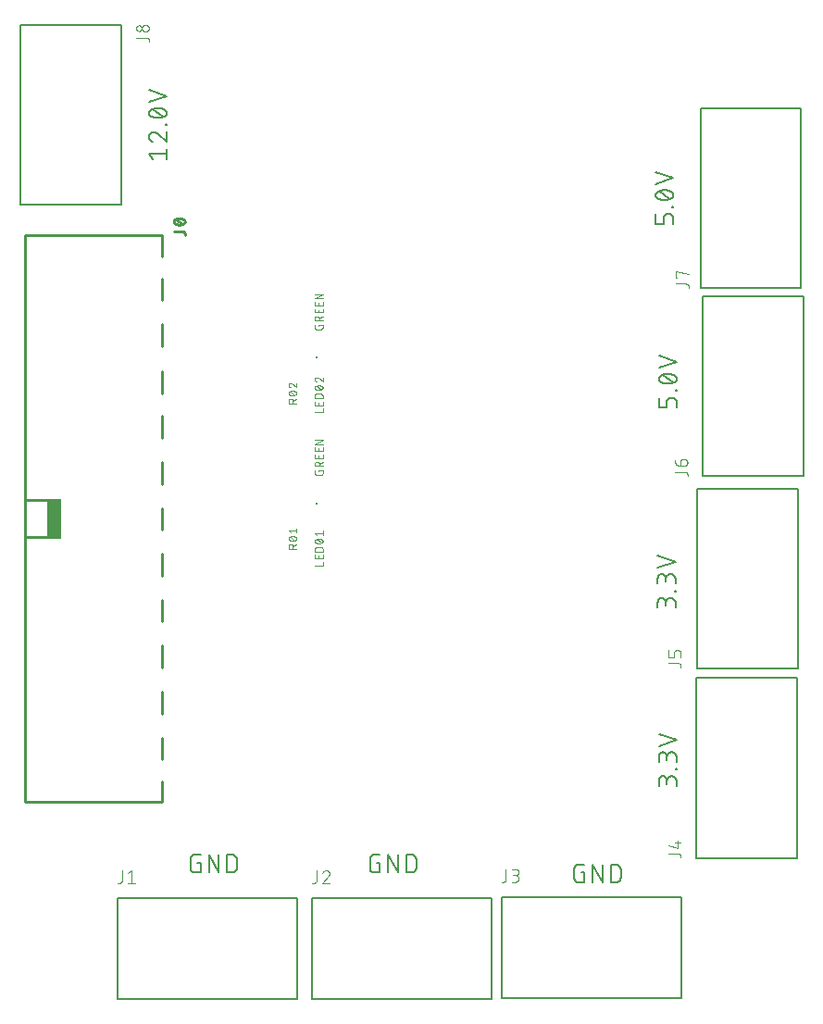
<source format=gbr>
G04 EAGLE Gerber RS-274X export*
G75*
%MOMM*%
%FSLAX34Y34*%
%LPD*%
%INSilkscreen Top*%
%IPPOS*%
%AMOC8*
5,1,8,0,0,1.08239X$1,22.5*%
G01*
%ADD10C,0.152400*%
%ADD11C,0.254000*%
%ADD12R,0.200000X0.200000*%
%ADD13C,0.076200*%
%ADD14C,0.127000*%
%ADD15C,0.101600*%

G36*
X33118Y414746D02*
X33118Y414746D01*
X33237Y414753D01*
X33275Y414766D01*
X33316Y414771D01*
X33426Y414814D01*
X33539Y414851D01*
X33574Y414873D01*
X33611Y414888D01*
X33707Y414958D01*
X33808Y415021D01*
X33836Y415051D01*
X33869Y415074D01*
X33945Y415166D01*
X34026Y415253D01*
X34046Y415288D01*
X34071Y415319D01*
X34122Y415427D01*
X34180Y415531D01*
X34190Y415571D01*
X34207Y415607D01*
X34229Y415724D01*
X34259Y415839D01*
X34263Y415900D01*
X34267Y415920D01*
X34265Y415940D01*
X34269Y416000D01*
X34269Y450000D01*
X34254Y450118D01*
X34247Y450237D01*
X34234Y450275D01*
X34229Y450316D01*
X34186Y450426D01*
X34149Y450539D01*
X34127Y450574D01*
X34112Y450611D01*
X34043Y450707D01*
X33979Y450808D01*
X33949Y450836D01*
X33926Y450869D01*
X33834Y450945D01*
X33747Y451026D01*
X33712Y451046D01*
X33681Y451071D01*
X33573Y451122D01*
X33469Y451180D01*
X33429Y451190D01*
X33393Y451207D01*
X33276Y451229D01*
X33161Y451259D01*
X33101Y451263D01*
X33081Y451267D01*
X33060Y451265D01*
X33000Y451269D01*
X23000Y451269D01*
X22882Y451254D01*
X22763Y451247D01*
X22725Y451234D01*
X22684Y451229D01*
X22574Y451186D01*
X22461Y451149D01*
X22426Y451127D01*
X22389Y451112D01*
X22293Y451043D01*
X22192Y450979D01*
X22164Y450949D01*
X22131Y450926D01*
X22056Y450834D01*
X21974Y450747D01*
X21954Y450712D01*
X21929Y450681D01*
X21878Y450573D01*
X21820Y450469D01*
X21810Y450429D01*
X21793Y450393D01*
X21771Y450276D01*
X21741Y450161D01*
X21737Y450101D01*
X21733Y450081D01*
X21735Y450060D01*
X21731Y450000D01*
X21731Y416000D01*
X21746Y415882D01*
X21753Y415763D01*
X21766Y415725D01*
X21771Y415684D01*
X21814Y415574D01*
X21851Y415461D01*
X21873Y415426D01*
X21888Y415389D01*
X21958Y415293D01*
X22021Y415192D01*
X22051Y415164D01*
X22074Y415131D01*
X22166Y415056D01*
X22253Y414974D01*
X22288Y414954D01*
X22319Y414929D01*
X22427Y414878D01*
X22531Y414820D01*
X22571Y414810D01*
X22607Y414793D01*
X22724Y414771D01*
X22839Y414741D01*
X22900Y414737D01*
X22920Y414733D01*
X22940Y414735D01*
X23000Y414731D01*
X33000Y414731D01*
X33118Y414746D01*
G37*
D10*
X159084Y118793D02*
X161793Y118793D01*
X161793Y109762D01*
X156374Y109762D01*
X156256Y109764D01*
X156138Y109770D01*
X156020Y109779D01*
X155903Y109793D01*
X155786Y109810D01*
X155669Y109831D01*
X155554Y109856D01*
X155439Y109885D01*
X155325Y109918D01*
X155213Y109954D01*
X155102Y109994D01*
X154992Y110037D01*
X154883Y110084D01*
X154776Y110134D01*
X154671Y110189D01*
X154568Y110246D01*
X154467Y110307D01*
X154367Y110371D01*
X154270Y110438D01*
X154175Y110508D01*
X154083Y110582D01*
X153992Y110658D01*
X153905Y110738D01*
X153820Y110820D01*
X153738Y110905D01*
X153658Y110992D01*
X153582Y111083D01*
X153508Y111175D01*
X153438Y111270D01*
X153371Y111367D01*
X153307Y111467D01*
X153246Y111568D01*
X153189Y111671D01*
X153134Y111776D01*
X153084Y111883D01*
X153037Y111992D01*
X152994Y112102D01*
X152954Y112213D01*
X152918Y112325D01*
X152885Y112439D01*
X152856Y112554D01*
X152831Y112669D01*
X152810Y112786D01*
X152793Y112903D01*
X152779Y113020D01*
X152770Y113138D01*
X152764Y113256D01*
X152762Y113374D01*
X152762Y122406D01*
X152764Y122524D01*
X152770Y122642D01*
X152779Y122760D01*
X152793Y122877D01*
X152810Y122994D01*
X152831Y123111D01*
X152856Y123226D01*
X152885Y123341D01*
X152918Y123455D01*
X152954Y123567D01*
X152994Y123678D01*
X153037Y123788D01*
X153084Y123897D01*
X153134Y124004D01*
X153188Y124109D01*
X153246Y124212D01*
X153307Y124313D01*
X153371Y124413D01*
X153438Y124510D01*
X153508Y124605D01*
X153582Y124697D01*
X153658Y124788D01*
X153738Y124875D01*
X153820Y124960D01*
X153905Y125042D01*
X153992Y125122D01*
X154083Y125198D01*
X154175Y125272D01*
X154270Y125342D01*
X154367Y125409D01*
X154467Y125473D01*
X154568Y125534D01*
X154671Y125591D01*
X154776Y125645D01*
X154883Y125696D01*
X154992Y125743D01*
X155102Y125786D01*
X155213Y125826D01*
X155325Y125862D01*
X155439Y125895D01*
X155554Y125924D01*
X155669Y125949D01*
X155786Y125970D01*
X155903Y125987D01*
X156020Y126001D01*
X156138Y126010D01*
X156256Y126016D01*
X156374Y126018D01*
X161793Y126018D01*
X169435Y126018D02*
X169435Y109762D01*
X178466Y109762D02*
X169435Y126018D01*
X178466Y126018D02*
X178466Y109762D01*
X186109Y109762D02*
X186109Y126018D01*
X190624Y126018D01*
X190755Y126016D01*
X190887Y126010D01*
X191018Y126001D01*
X191148Y125987D01*
X191279Y125970D01*
X191408Y125949D01*
X191537Y125925D01*
X191665Y125896D01*
X191793Y125864D01*
X191919Y125828D01*
X192044Y125789D01*
X192169Y125746D01*
X192291Y125699D01*
X192413Y125649D01*
X192533Y125595D01*
X192651Y125538D01*
X192767Y125477D01*
X192882Y125413D01*
X192995Y125346D01*
X193106Y125275D01*
X193214Y125201D01*
X193321Y125124D01*
X193425Y125044D01*
X193527Y124961D01*
X193626Y124876D01*
X193723Y124787D01*
X193817Y124695D01*
X193909Y124601D01*
X193998Y124504D01*
X194083Y124405D01*
X194166Y124303D01*
X194246Y124199D01*
X194323Y124092D01*
X194397Y123984D01*
X194468Y123873D01*
X194535Y123760D01*
X194599Y123645D01*
X194660Y123529D01*
X194717Y123411D01*
X194771Y123291D01*
X194821Y123169D01*
X194868Y123047D01*
X194911Y122922D01*
X194950Y122797D01*
X194986Y122671D01*
X195018Y122543D01*
X195047Y122415D01*
X195071Y122286D01*
X195092Y122157D01*
X195109Y122026D01*
X195123Y121896D01*
X195132Y121765D01*
X195138Y121633D01*
X195140Y121502D01*
X195140Y114278D01*
X195138Y114147D01*
X195132Y114015D01*
X195123Y113884D01*
X195109Y113754D01*
X195092Y113623D01*
X195071Y113494D01*
X195047Y113365D01*
X195018Y113237D01*
X194986Y113109D01*
X194950Y112983D01*
X194911Y112858D01*
X194868Y112733D01*
X194821Y112611D01*
X194771Y112489D01*
X194717Y112369D01*
X194660Y112251D01*
X194599Y112135D01*
X194535Y112020D01*
X194468Y111907D01*
X194397Y111796D01*
X194323Y111688D01*
X194246Y111581D01*
X194166Y111477D01*
X194083Y111375D01*
X193998Y111276D01*
X193909Y111179D01*
X193817Y111085D01*
X193723Y110993D01*
X193626Y110904D01*
X193527Y110819D01*
X193425Y110736D01*
X193321Y110656D01*
X193214Y110579D01*
X193106Y110505D01*
X192995Y110434D01*
X192882Y110367D01*
X192767Y110303D01*
X192651Y110242D01*
X192533Y110185D01*
X192413Y110131D01*
X192291Y110081D01*
X192169Y110034D01*
X192044Y109991D01*
X191919Y109952D01*
X191793Y109916D01*
X191665Y109884D01*
X191537Y109855D01*
X191408Y109831D01*
X191278Y109810D01*
X191148Y109793D01*
X191018Y109779D01*
X190887Y109770D01*
X190755Y109764D01*
X190624Y109762D01*
X186109Y109762D01*
X323084Y118793D02*
X325793Y118793D01*
X325793Y109762D01*
X320374Y109762D01*
X320256Y109764D01*
X320138Y109770D01*
X320020Y109779D01*
X319903Y109793D01*
X319786Y109810D01*
X319669Y109831D01*
X319554Y109856D01*
X319439Y109885D01*
X319325Y109918D01*
X319213Y109954D01*
X319102Y109994D01*
X318992Y110037D01*
X318883Y110084D01*
X318776Y110134D01*
X318671Y110189D01*
X318568Y110246D01*
X318467Y110307D01*
X318367Y110371D01*
X318270Y110438D01*
X318175Y110508D01*
X318083Y110582D01*
X317992Y110658D01*
X317905Y110738D01*
X317820Y110820D01*
X317738Y110905D01*
X317658Y110992D01*
X317582Y111083D01*
X317508Y111175D01*
X317438Y111270D01*
X317371Y111367D01*
X317307Y111467D01*
X317246Y111568D01*
X317189Y111671D01*
X317134Y111776D01*
X317084Y111883D01*
X317037Y111992D01*
X316994Y112102D01*
X316954Y112213D01*
X316918Y112325D01*
X316885Y112439D01*
X316856Y112554D01*
X316831Y112669D01*
X316810Y112786D01*
X316793Y112903D01*
X316779Y113020D01*
X316770Y113138D01*
X316764Y113256D01*
X316762Y113374D01*
X316762Y122406D01*
X316764Y122524D01*
X316770Y122642D01*
X316779Y122760D01*
X316793Y122877D01*
X316810Y122994D01*
X316831Y123111D01*
X316856Y123226D01*
X316885Y123341D01*
X316918Y123455D01*
X316954Y123567D01*
X316994Y123678D01*
X317037Y123788D01*
X317084Y123897D01*
X317134Y124004D01*
X317188Y124109D01*
X317246Y124212D01*
X317307Y124313D01*
X317371Y124413D01*
X317438Y124510D01*
X317508Y124605D01*
X317582Y124697D01*
X317658Y124788D01*
X317738Y124875D01*
X317820Y124960D01*
X317905Y125042D01*
X317992Y125122D01*
X318083Y125198D01*
X318175Y125272D01*
X318270Y125342D01*
X318367Y125409D01*
X318467Y125473D01*
X318568Y125534D01*
X318671Y125591D01*
X318776Y125645D01*
X318883Y125696D01*
X318992Y125743D01*
X319102Y125786D01*
X319213Y125826D01*
X319325Y125862D01*
X319439Y125895D01*
X319554Y125924D01*
X319669Y125949D01*
X319786Y125970D01*
X319903Y125987D01*
X320020Y126001D01*
X320138Y126010D01*
X320256Y126016D01*
X320374Y126018D01*
X325793Y126018D01*
X333435Y126018D02*
X333435Y109762D01*
X342466Y109762D02*
X333435Y126018D01*
X342466Y126018D02*
X342466Y109762D01*
X350109Y109762D02*
X350109Y126018D01*
X354624Y126018D01*
X354755Y126016D01*
X354887Y126010D01*
X355018Y126001D01*
X355148Y125987D01*
X355279Y125970D01*
X355408Y125949D01*
X355537Y125925D01*
X355665Y125896D01*
X355793Y125864D01*
X355919Y125828D01*
X356044Y125789D01*
X356169Y125746D01*
X356291Y125699D01*
X356413Y125649D01*
X356533Y125595D01*
X356651Y125538D01*
X356767Y125477D01*
X356882Y125413D01*
X356995Y125346D01*
X357106Y125275D01*
X357214Y125201D01*
X357321Y125124D01*
X357425Y125044D01*
X357527Y124961D01*
X357626Y124876D01*
X357723Y124787D01*
X357817Y124695D01*
X357909Y124601D01*
X357998Y124504D01*
X358083Y124405D01*
X358166Y124303D01*
X358246Y124199D01*
X358323Y124092D01*
X358397Y123984D01*
X358468Y123873D01*
X358535Y123760D01*
X358599Y123645D01*
X358660Y123529D01*
X358717Y123411D01*
X358771Y123291D01*
X358821Y123169D01*
X358868Y123047D01*
X358911Y122922D01*
X358950Y122797D01*
X358986Y122671D01*
X359018Y122543D01*
X359047Y122415D01*
X359071Y122286D01*
X359092Y122157D01*
X359109Y122026D01*
X359123Y121896D01*
X359132Y121765D01*
X359138Y121633D01*
X359140Y121502D01*
X359140Y114278D01*
X359138Y114147D01*
X359132Y114015D01*
X359123Y113884D01*
X359109Y113754D01*
X359092Y113623D01*
X359071Y113494D01*
X359047Y113365D01*
X359018Y113237D01*
X358986Y113109D01*
X358950Y112983D01*
X358911Y112858D01*
X358868Y112733D01*
X358821Y112611D01*
X358771Y112489D01*
X358717Y112369D01*
X358660Y112251D01*
X358599Y112135D01*
X358535Y112020D01*
X358468Y111907D01*
X358397Y111796D01*
X358323Y111688D01*
X358246Y111581D01*
X358166Y111477D01*
X358083Y111375D01*
X357998Y111276D01*
X357909Y111179D01*
X357817Y111085D01*
X357723Y110993D01*
X357626Y110904D01*
X357527Y110819D01*
X357425Y110736D01*
X357321Y110656D01*
X357214Y110579D01*
X357106Y110505D01*
X356995Y110434D01*
X356882Y110367D01*
X356767Y110303D01*
X356651Y110242D01*
X356533Y110185D01*
X356413Y110131D01*
X356291Y110081D01*
X356169Y110034D01*
X356044Y109991D01*
X355919Y109952D01*
X355793Y109916D01*
X355665Y109884D01*
X355537Y109855D01*
X355408Y109831D01*
X355278Y109810D01*
X355148Y109793D01*
X355018Y109779D01*
X354887Y109770D01*
X354755Y109764D01*
X354624Y109762D01*
X350109Y109762D01*
X510084Y109793D02*
X512793Y109793D01*
X512793Y100762D01*
X507374Y100762D01*
X507256Y100764D01*
X507138Y100770D01*
X507020Y100779D01*
X506903Y100793D01*
X506786Y100810D01*
X506669Y100831D01*
X506554Y100856D01*
X506439Y100885D01*
X506325Y100918D01*
X506213Y100954D01*
X506102Y100994D01*
X505992Y101037D01*
X505883Y101084D01*
X505776Y101134D01*
X505671Y101189D01*
X505568Y101246D01*
X505467Y101307D01*
X505367Y101371D01*
X505270Y101438D01*
X505175Y101508D01*
X505083Y101582D01*
X504992Y101658D01*
X504905Y101738D01*
X504820Y101820D01*
X504738Y101905D01*
X504658Y101992D01*
X504582Y102083D01*
X504508Y102175D01*
X504438Y102270D01*
X504371Y102367D01*
X504307Y102467D01*
X504246Y102568D01*
X504189Y102671D01*
X504134Y102776D01*
X504084Y102883D01*
X504037Y102992D01*
X503994Y103102D01*
X503954Y103213D01*
X503918Y103325D01*
X503885Y103439D01*
X503856Y103554D01*
X503831Y103669D01*
X503810Y103786D01*
X503793Y103903D01*
X503779Y104020D01*
X503770Y104138D01*
X503764Y104256D01*
X503762Y104374D01*
X503762Y113406D01*
X503764Y113524D01*
X503770Y113642D01*
X503779Y113760D01*
X503793Y113877D01*
X503810Y113994D01*
X503831Y114111D01*
X503856Y114226D01*
X503885Y114341D01*
X503918Y114455D01*
X503954Y114567D01*
X503994Y114678D01*
X504037Y114788D01*
X504084Y114897D01*
X504134Y115004D01*
X504188Y115109D01*
X504246Y115212D01*
X504307Y115313D01*
X504371Y115413D01*
X504438Y115510D01*
X504508Y115605D01*
X504582Y115697D01*
X504658Y115788D01*
X504738Y115875D01*
X504820Y115960D01*
X504905Y116042D01*
X504992Y116122D01*
X505083Y116198D01*
X505175Y116272D01*
X505270Y116342D01*
X505367Y116409D01*
X505467Y116473D01*
X505568Y116534D01*
X505671Y116591D01*
X505776Y116645D01*
X505883Y116696D01*
X505992Y116743D01*
X506102Y116786D01*
X506213Y116826D01*
X506325Y116862D01*
X506439Y116895D01*
X506554Y116924D01*
X506669Y116949D01*
X506786Y116970D01*
X506903Y116987D01*
X507020Y117001D01*
X507138Y117010D01*
X507256Y117016D01*
X507374Y117018D01*
X512793Y117018D01*
X520435Y117018D02*
X520435Y100762D01*
X529466Y100762D02*
X520435Y117018D01*
X529466Y117018D02*
X529466Y100762D01*
X537109Y100762D02*
X537109Y117018D01*
X541624Y117018D01*
X541755Y117016D01*
X541887Y117010D01*
X542018Y117001D01*
X542148Y116987D01*
X542279Y116970D01*
X542408Y116949D01*
X542537Y116925D01*
X542665Y116896D01*
X542793Y116864D01*
X542919Y116828D01*
X543044Y116789D01*
X543169Y116746D01*
X543291Y116699D01*
X543413Y116649D01*
X543533Y116595D01*
X543651Y116538D01*
X543767Y116477D01*
X543882Y116413D01*
X543995Y116346D01*
X544106Y116275D01*
X544214Y116201D01*
X544321Y116124D01*
X544425Y116044D01*
X544527Y115961D01*
X544626Y115876D01*
X544723Y115787D01*
X544817Y115695D01*
X544909Y115601D01*
X544998Y115504D01*
X545083Y115405D01*
X545166Y115303D01*
X545246Y115199D01*
X545323Y115092D01*
X545397Y114984D01*
X545468Y114873D01*
X545535Y114760D01*
X545599Y114645D01*
X545660Y114529D01*
X545717Y114411D01*
X545771Y114291D01*
X545821Y114169D01*
X545868Y114047D01*
X545911Y113922D01*
X545950Y113797D01*
X545986Y113671D01*
X546018Y113543D01*
X546047Y113415D01*
X546071Y113286D01*
X546092Y113157D01*
X546109Y113026D01*
X546123Y112896D01*
X546132Y112765D01*
X546138Y112633D01*
X546140Y112502D01*
X546140Y105278D01*
X546138Y105147D01*
X546132Y105015D01*
X546123Y104884D01*
X546109Y104754D01*
X546092Y104623D01*
X546071Y104494D01*
X546047Y104365D01*
X546018Y104237D01*
X545986Y104109D01*
X545950Y103983D01*
X545911Y103858D01*
X545868Y103733D01*
X545821Y103611D01*
X545771Y103489D01*
X545717Y103369D01*
X545660Y103251D01*
X545599Y103135D01*
X545535Y103020D01*
X545468Y102907D01*
X545397Y102796D01*
X545323Y102688D01*
X545246Y102581D01*
X545166Y102477D01*
X545083Y102375D01*
X544998Y102276D01*
X544909Y102179D01*
X544817Y102085D01*
X544723Y101993D01*
X544626Y101904D01*
X544527Y101819D01*
X544425Y101736D01*
X544321Y101656D01*
X544214Y101579D01*
X544106Y101505D01*
X543995Y101434D01*
X543882Y101367D01*
X543767Y101303D01*
X543651Y101242D01*
X543533Y101185D01*
X543413Y101131D01*
X543291Y101081D01*
X543169Y101034D01*
X543044Y100991D01*
X542919Y100952D01*
X542793Y100916D01*
X542665Y100884D01*
X542537Y100855D01*
X542408Y100831D01*
X542278Y100810D01*
X542148Y100793D01*
X542018Y100779D01*
X541887Y100770D01*
X541755Y100764D01*
X541624Y100762D01*
X537109Y100762D01*
X597238Y188762D02*
X597238Y193278D01*
X597236Y193411D01*
X597230Y193543D01*
X597220Y193675D01*
X597207Y193807D01*
X597189Y193939D01*
X597168Y194069D01*
X597143Y194200D01*
X597114Y194329D01*
X597081Y194457D01*
X597045Y194585D01*
X597005Y194711D01*
X596961Y194836D01*
X596913Y194960D01*
X596862Y195082D01*
X596807Y195203D01*
X596749Y195322D01*
X596687Y195440D01*
X596622Y195555D01*
X596553Y195669D01*
X596482Y195780D01*
X596406Y195889D01*
X596328Y195996D01*
X596247Y196101D01*
X596162Y196203D01*
X596075Y196303D01*
X595985Y196400D01*
X595892Y196495D01*
X595796Y196586D01*
X595698Y196675D01*
X595597Y196761D01*
X595493Y196844D01*
X595387Y196924D01*
X595279Y197000D01*
X595169Y197074D01*
X595056Y197144D01*
X594942Y197211D01*
X594825Y197274D01*
X594707Y197334D01*
X594587Y197391D01*
X594465Y197444D01*
X594342Y197493D01*
X594218Y197539D01*
X594092Y197581D01*
X593965Y197619D01*
X593837Y197654D01*
X593708Y197685D01*
X593579Y197712D01*
X593448Y197735D01*
X593317Y197755D01*
X593185Y197770D01*
X593053Y197782D01*
X592921Y197790D01*
X592788Y197794D01*
X592656Y197794D01*
X592523Y197790D01*
X592391Y197782D01*
X592259Y197770D01*
X592127Y197755D01*
X591996Y197735D01*
X591865Y197712D01*
X591736Y197685D01*
X591607Y197654D01*
X591479Y197619D01*
X591352Y197581D01*
X591226Y197539D01*
X591102Y197493D01*
X590979Y197444D01*
X590857Y197391D01*
X590737Y197334D01*
X590619Y197274D01*
X590502Y197211D01*
X590388Y197144D01*
X590275Y197074D01*
X590165Y197000D01*
X590057Y196924D01*
X589951Y196844D01*
X589847Y196761D01*
X589746Y196675D01*
X589648Y196586D01*
X589552Y196495D01*
X589459Y196400D01*
X589369Y196303D01*
X589282Y196203D01*
X589197Y196101D01*
X589116Y195996D01*
X589038Y195889D01*
X588962Y195780D01*
X588891Y195669D01*
X588822Y195555D01*
X588757Y195440D01*
X588695Y195322D01*
X588637Y195203D01*
X588582Y195082D01*
X588531Y194960D01*
X588483Y194836D01*
X588439Y194711D01*
X588399Y194585D01*
X588363Y194457D01*
X588330Y194329D01*
X588301Y194200D01*
X588276Y194069D01*
X588255Y193939D01*
X588237Y193807D01*
X588224Y193675D01*
X588214Y193543D01*
X588208Y193411D01*
X588206Y193278D01*
X580982Y194181D02*
X580982Y188762D01*
X580982Y194181D02*
X580984Y194300D01*
X580990Y194420D01*
X581000Y194539D01*
X581014Y194657D01*
X581031Y194776D01*
X581053Y194893D01*
X581078Y195010D01*
X581108Y195125D01*
X581141Y195240D01*
X581178Y195354D01*
X581218Y195466D01*
X581263Y195577D01*
X581311Y195686D01*
X581362Y195794D01*
X581417Y195900D01*
X581476Y196004D01*
X581538Y196106D01*
X581603Y196206D01*
X581672Y196304D01*
X581744Y196400D01*
X581819Y196493D01*
X581896Y196583D01*
X581977Y196671D01*
X582061Y196756D01*
X582148Y196838D01*
X582237Y196918D01*
X582329Y196994D01*
X582423Y197068D01*
X582520Y197138D01*
X582618Y197205D01*
X582719Y197269D01*
X582823Y197329D01*
X582928Y197386D01*
X583035Y197439D01*
X583143Y197489D01*
X583253Y197535D01*
X583365Y197577D01*
X583478Y197616D01*
X583592Y197651D01*
X583707Y197682D01*
X583824Y197710D01*
X583941Y197733D01*
X584058Y197753D01*
X584177Y197769D01*
X584296Y197781D01*
X584415Y197789D01*
X584534Y197793D01*
X584654Y197793D01*
X584773Y197789D01*
X584892Y197781D01*
X585011Y197769D01*
X585130Y197753D01*
X585247Y197733D01*
X585364Y197710D01*
X585481Y197682D01*
X585596Y197651D01*
X585710Y197616D01*
X585823Y197577D01*
X585935Y197535D01*
X586045Y197489D01*
X586153Y197439D01*
X586260Y197386D01*
X586365Y197329D01*
X586469Y197269D01*
X586570Y197205D01*
X586668Y197138D01*
X586765Y197068D01*
X586859Y196994D01*
X586951Y196918D01*
X587040Y196838D01*
X587127Y196756D01*
X587211Y196671D01*
X587292Y196583D01*
X587369Y196493D01*
X587444Y196400D01*
X587516Y196304D01*
X587585Y196206D01*
X587650Y196106D01*
X587712Y196004D01*
X587771Y195900D01*
X587826Y195794D01*
X587877Y195686D01*
X587925Y195577D01*
X587970Y195466D01*
X588010Y195354D01*
X588047Y195240D01*
X588080Y195125D01*
X588110Y195010D01*
X588135Y194893D01*
X588157Y194776D01*
X588174Y194657D01*
X588188Y194539D01*
X588198Y194420D01*
X588204Y194300D01*
X588206Y194181D01*
X588207Y194181D02*
X588207Y190568D01*
X596335Y203768D02*
X597238Y203768D01*
X596335Y203768D02*
X596335Y204671D01*
X597238Y204671D01*
X597238Y203768D01*
X597238Y210646D02*
X597238Y215161D01*
X597236Y215294D01*
X597230Y215426D01*
X597220Y215558D01*
X597207Y215690D01*
X597189Y215822D01*
X597168Y215952D01*
X597143Y216083D01*
X597114Y216212D01*
X597081Y216340D01*
X597045Y216468D01*
X597005Y216594D01*
X596961Y216719D01*
X596913Y216843D01*
X596862Y216965D01*
X596807Y217086D01*
X596749Y217205D01*
X596687Y217323D01*
X596622Y217438D01*
X596553Y217552D01*
X596482Y217663D01*
X596406Y217772D01*
X596328Y217879D01*
X596247Y217984D01*
X596162Y218086D01*
X596075Y218186D01*
X595985Y218283D01*
X595892Y218378D01*
X595796Y218469D01*
X595698Y218558D01*
X595597Y218644D01*
X595493Y218727D01*
X595387Y218807D01*
X595279Y218883D01*
X595169Y218957D01*
X595056Y219027D01*
X594942Y219094D01*
X594825Y219157D01*
X594707Y219217D01*
X594587Y219274D01*
X594465Y219327D01*
X594342Y219376D01*
X594218Y219422D01*
X594092Y219464D01*
X593965Y219502D01*
X593837Y219537D01*
X593708Y219568D01*
X593579Y219595D01*
X593448Y219618D01*
X593317Y219638D01*
X593185Y219653D01*
X593053Y219665D01*
X592921Y219673D01*
X592788Y219677D01*
X592656Y219677D01*
X592523Y219673D01*
X592391Y219665D01*
X592259Y219653D01*
X592127Y219638D01*
X591996Y219618D01*
X591865Y219595D01*
X591736Y219568D01*
X591607Y219537D01*
X591479Y219502D01*
X591352Y219464D01*
X591226Y219422D01*
X591102Y219376D01*
X590979Y219327D01*
X590857Y219274D01*
X590737Y219217D01*
X590619Y219157D01*
X590502Y219094D01*
X590388Y219027D01*
X590275Y218957D01*
X590165Y218883D01*
X590057Y218807D01*
X589951Y218727D01*
X589847Y218644D01*
X589746Y218558D01*
X589648Y218469D01*
X589552Y218378D01*
X589459Y218283D01*
X589369Y218186D01*
X589282Y218086D01*
X589197Y217984D01*
X589116Y217879D01*
X589038Y217772D01*
X588962Y217663D01*
X588891Y217552D01*
X588822Y217438D01*
X588757Y217323D01*
X588695Y217205D01*
X588637Y217086D01*
X588582Y216965D01*
X588531Y216843D01*
X588483Y216719D01*
X588439Y216594D01*
X588399Y216468D01*
X588363Y216340D01*
X588330Y216212D01*
X588301Y216083D01*
X588276Y215952D01*
X588255Y215822D01*
X588237Y215690D01*
X588224Y215558D01*
X588214Y215426D01*
X588208Y215294D01*
X588206Y215161D01*
X580982Y216064D02*
X580982Y210646D01*
X580982Y216064D02*
X580984Y216183D01*
X580990Y216303D01*
X581000Y216422D01*
X581014Y216540D01*
X581031Y216659D01*
X581053Y216776D01*
X581078Y216893D01*
X581108Y217008D01*
X581141Y217123D01*
X581178Y217237D01*
X581218Y217349D01*
X581263Y217460D01*
X581311Y217569D01*
X581362Y217677D01*
X581417Y217783D01*
X581476Y217887D01*
X581538Y217989D01*
X581603Y218089D01*
X581672Y218187D01*
X581744Y218283D01*
X581819Y218376D01*
X581896Y218466D01*
X581977Y218554D01*
X582061Y218639D01*
X582148Y218721D01*
X582237Y218801D01*
X582329Y218877D01*
X582423Y218951D01*
X582520Y219021D01*
X582618Y219088D01*
X582719Y219152D01*
X582823Y219212D01*
X582928Y219269D01*
X583035Y219322D01*
X583143Y219372D01*
X583253Y219418D01*
X583365Y219460D01*
X583478Y219499D01*
X583592Y219534D01*
X583707Y219565D01*
X583824Y219593D01*
X583941Y219616D01*
X584058Y219636D01*
X584177Y219652D01*
X584296Y219664D01*
X584415Y219672D01*
X584534Y219676D01*
X584654Y219676D01*
X584773Y219672D01*
X584892Y219664D01*
X585011Y219652D01*
X585130Y219636D01*
X585247Y219616D01*
X585364Y219593D01*
X585481Y219565D01*
X585596Y219534D01*
X585710Y219499D01*
X585823Y219460D01*
X585935Y219418D01*
X586045Y219372D01*
X586153Y219322D01*
X586260Y219269D01*
X586365Y219212D01*
X586469Y219152D01*
X586570Y219088D01*
X586668Y219021D01*
X586765Y218951D01*
X586859Y218877D01*
X586951Y218801D01*
X587040Y218721D01*
X587127Y218639D01*
X587211Y218554D01*
X587292Y218466D01*
X587369Y218376D01*
X587444Y218283D01*
X587516Y218187D01*
X587585Y218089D01*
X587650Y217989D01*
X587712Y217887D01*
X587771Y217783D01*
X587826Y217677D01*
X587877Y217569D01*
X587925Y217460D01*
X587970Y217349D01*
X588010Y217237D01*
X588047Y217123D01*
X588080Y217008D01*
X588110Y216893D01*
X588135Y216776D01*
X588157Y216659D01*
X588174Y216540D01*
X588188Y216422D01*
X588198Y216303D01*
X588204Y216183D01*
X588206Y216064D01*
X588207Y216064D02*
X588207Y212452D01*
X580982Y225374D02*
X597238Y230792D01*
X580982Y236211D01*
X596238Y351762D02*
X596238Y356278D01*
X596236Y356411D01*
X596230Y356543D01*
X596220Y356675D01*
X596207Y356807D01*
X596189Y356939D01*
X596168Y357069D01*
X596143Y357200D01*
X596114Y357329D01*
X596081Y357457D01*
X596045Y357585D01*
X596005Y357711D01*
X595961Y357836D01*
X595913Y357960D01*
X595862Y358082D01*
X595807Y358203D01*
X595749Y358322D01*
X595687Y358440D01*
X595622Y358555D01*
X595553Y358669D01*
X595482Y358780D01*
X595406Y358889D01*
X595328Y358996D01*
X595247Y359101D01*
X595162Y359203D01*
X595075Y359303D01*
X594985Y359400D01*
X594892Y359495D01*
X594796Y359586D01*
X594698Y359675D01*
X594597Y359761D01*
X594493Y359844D01*
X594387Y359924D01*
X594279Y360000D01*
X594169Y360074D01*
X594056Y360144D01*
X593942Y360211D01*
X593825Y360274D01*
X593707Y360334D01*
X593587Y360391D01*
X593465Y360444D01*
X593342Y360493D01*
X593218Y360539D01*
X593092Y360581D01*
X592965Y360619D01*
X592837Y360654D01*
X592708Y360685D01*
X592579Y360712D01*
X592448Y360735D01*
X592317Y360755D01*
X592185Y360770D01*
X592053Y360782D01*
X591921Y360790D01*
X591788Y360794D01*
X591656Y360794D01*
X591523Y360790D01*
X591391Y360782D01*
X591259Y360770D01*
X591127Y360755D01*
X590996Y360735D01*
X590865Y360712D01*
X590736Y360685D01*
X590607Y360654D01*
X590479Y360619D01*
X590352Y360581D01*
X590226Y360539D01*
X590102Y360493D01*
X589979Y360444D01*
X589857Y360391D01*
X589737Y360334D01*
X589619Y360274D01*
X589502Y360211D01*
X589388Y360144D01*
X589275Y360074D01*
X589165Y360000D01*
X589057Y359924D01*
X588951Y359844D01*
X588847Y359761D01*
X588746Y359675D01*
X588648Y359586D01*
X588552Y359495D01*
X588459Y359400D01*
X588369Y359303D01*
X588282Y359203D01*
X588197Y359101D01*
X588116Y358996D01*
X588038Y358889D01*
X587962Y358780D01*
X587891Y358669D01*
X587822Y358555D01*
X587757Y358440D01*
X587695Y358322D01*
X587637Y358203D01*
X587582Y358082D01*
X587531Y357960D01*
X587483Y357836D01*
X587439Y357711D01*
X587399Y357585D01*
X587363Y357457D01*
X587330Y357329D01*
X587301Y357200D01*
X587276Y357069D01*
X587255Y356939D01*
X587237Y356807D01*
X587224Y356675D01*
X587214Y356543D01*
X587208Y356411D01*
X587206Y356278D01*
X579982Y357181D02*
X579982Y351762D01*
X579982Y357181D02*
X579984Y357300D01*
X579990Y357420D01*
X580000Y357539D01*
X580014Y357657D01*
X580031Y357776D01*
X580053Y357893D01*
X580078Y358010D01*
X580108Y358125D01*
X580141Y358240D01*
X580178Y358354D01*
X580218Y358466D01*
X580263Y358577D01*
X580311Y358686D01*
X580362Y358794D01*
X580417Y358900D01*
X580476Y359004D01*
X580538Y359106D01*
X580603Y359206D01*
X580672Y359304D01*
X580744Y359400D01*
X580819Y359493D01*
X580896Y359583D01*
X580977Y359671D01*
X581061Y359756D01*
X581148Y359838D01*
X581237Y359918D01*
X581329Y359994D01*
X581423Y360068D01*
X581520Y360138D01*
X581618Y360205D01*
X581719Y360269D01*
X581823Y360329D01*
X581928Y360386D01*
X582035Y360439D01*
X582143Y360489D01*
X582253Y360535D01*
X582365Y360577D01*
X582478Y360616D01*
X582592Y360651D01*
X582707Y360682D01*
X582824Y360710D01*
X582941Y360733D01*
X583058Y360753D01*
X583177Y360769D01*
X583296Y360781D01*
X583415Y360789D01*
X583534Y360793D01*
X583654Y360793D01*
X583773Y360789D01*
X583892Y360781D01*
X584011Y360769D01*
X584130Y360753D01*
X584247Y360733D01*
X584364Y360710D01*
X584481Y360682D01*
X584596Y360651D01*
X584710Y360616D01*
X584823Y360577D01*
X584935Y360535D01*
X585045Y360489D01*
X585153Y360439D01*
X585260Y360386D01*
X585365Y360329D01*
X585469Y360269D01*
X585570Y360205D01*
X585668Y360138D01*
X585765Y360068D01*
X585859Y359994D01*
X585951Y359918D01*
X586040Y359838D01*
X586127Y359756D01*
X586211Y359671D01*
X586292Y359583D01*
X586369Y359493D01*
X586444Y359400D01*
X586516Y359304D01*
X586585Y359206D01*
X586650Y359106D01*
X586712Y359004D01*
X586771Y358900D01*
X586826Y358794D01*
X586877Y358686D01*
X586925Y358577D01*
X586970Y358466D01*
X587010Y358354D01*
X587047Y358240D01*
X587080Y358125D01*
X587110Y358010D01*
X587135Y357893D01*
X587157Y357776D01*
X587174Y357657D01*
X587188Y357539D01*
X587198Y357420D01*
X587204Y357300D01*
X587206Y357181D01*
X587207Y357181D02*
X587207Y353568D01*
X595335Y366768D02*
X596238Y366768D01*
X595335Y366768D02*
X595335Y367671D01*
X596238Y367671D01*
X596238Y366768D01*
X596238Y373646D02*
X596238Y378161D01*
X596236Y378294D01*
X596230Y378426D01*
X596220Y378558D01*
X596207Y378690D01*
X596189Y378822D01*
X596168Y378952D01*
X596143Y379083D01*
X596114Y379212D01*
X596081Y379340D01*
X596045Y379468D01*
X596005Y379594D01*
X595961Y379719D01*
X595913Y379843D01*
X595862Y379965D01*
X595807Y380086D01*
X595749Y380205D01*
X595687Y380323D01*
X595622Y380438D01*
X595553Y380552D01*
X595482Y380663D01*
X595406Y380772D01*
X595328Y380879D01*
X595247Y380984D01*
X595162Y381086D01*
X595075Y381186D01*
X594985Y381283D01*
X594892Y381378D01*
X594796Y381469D01*
X594698Y381558D01*
X594597Y381644D01*
X594493Y381727D01*
X594387Y381807D01*
X594279Y381883D01*
X594169Y381957D01*
X594056Y382027D01*
X593942Y382094D01*
X593825Y382157D01*
X593707Y382217D01*
X593587Y382274D01*
X593465Y382327D01*
X593342Y382376D01*
X593218Y382422D01*
X593092Y382464D01*
X592965Y382502D01*
X592837Y382537D01*
X592708Y382568D01*
X592579Y382595D01*
X592448Y382618D01*
X592317Y382638D01*
X592185Y382653D01*
X592053Y382665D01*
X591921Y382673D01*
X591788Y382677D01*
X591656Y382677D01*
X591523Y382673D01*
X591391Y382665D01*
X591259Y382653D01*
X591127Y382638D01*
X590996Y382618D01*
X590865Y382595D01*
X590736Y382568D01*
X590607Y382537D01*
X590479Y382502D01*
X590352Y382464D01*
X590226Y382422D01*
X590102Y382376D01*
X589979Y382327D01*
X589857Y382274D01*
X589737Y382217D01*
X589619Y382157D01*
X589502Y382094D01*
X589388Y382027D01*
X589275Y381957D01*
X589165Y381883D01*
X589057Y381807D01*
X588951Y381727D01*
X588847Y381644D01*
X588746Y381558D01*
X588648Y381469D01*
X588552Y381378D01*
X588459Y381283D01*
X588369Y381186D01*
X588282Y381086D01*
X588197Y380984D01*
X588116Y380879D01*
X588038Y380772D01*
X587962Y380663D01*
X587891Y380552D01*
X587822Y380438D01*
X587757Y380323D01*
X587695Y380205D01*
X587637Y380086D01*
X587582Y379965D01*
X587531Y379843D01*
X587483Y379719D01*
X587439Y379594D01*
X587399Y379468D01*
X587363Y379340D01*
X587330Y379212D01*
X587301Y379083D01*
X587276Y378952D01*
X587255Y378822D01*
X587237Y378690D01*
X587224Y378558D01*
X587214Y378426D01*
X587208Y378294D01*
X587206Y378161D01*
X579982Y379064D02*
X579982Y373646D01*
X579982Y379064D02*
X579984Y379183D01*
X579990Y379303D01*
X580000Y379422D01*
X580014Y379540D01*
X580031Y379659D01*
X580053Y379776D01*
X580078Y379893D01*
X580108Y380008D01*
X580141Y380123D01*
X580178Y380237D01*
X580218Y380349D01*
X580263Y380460D01*
X580311Y380569D01*
X580362Y380677D01*
X580417Y380783D01*
X580476Y380887D01*
X580538Y380989D01*
X580603Y381089D01*
X580672Y381187D01*
X580744Y381283D01*
X580819Y381376D01*
X580896Y381466D01*
X580977Y381554D01*
X581061Y381639D01*
X581148Y381721D01*
X581237Y381801D01*
X581329Y381877D01*
X581423Y381951D01*
X581520Y382021D01*
X581618Y382088D01*
X581719Y382152D01*
X581823Y382212D01*
X581928Y382269D01*
X582035Y382322D01*
X582143Y382372D01*
X582253Y382418D01*
X582365Y382460D01*
X582478Y382499D01*
X582592Y382534D01*
X582707Y382565D01*
X582824Y382593D01*
X582941Y382616D01*
X583058Y382636D01*
X583177Y382652D01*
X583296Y382664D01*
X583415Y382672D01*
X583534Y382676D01*
X583654Y382676D01*
X583773Y382672D01*
X583892Y382664D01*
X584011Y382652D01*
X584130Y382636D01*
X584247Y382616D01*
X584364Y382593D01*
X584481Y382565D01*
X584596Y382534D01*
X584710Y382499D01*
X584823Y382460D01*
X584935Y382418D01*
X585045Y382372D01*
X585153Y382322D01*
X585260Y382269D01*
X585365Y382212D01*
X585469Y382152D01*
X585570Y382088D01*
X585668Y382021D01*
X585765Y381951D01*
X585859Y381877D01*
X585951Y381801D01*
X586040Y381721D01*
X586127Y381639D01*
X586211Y381554D01*
X586292Y381466D01*
X586369Y381376D01*
X586444Y381283D01*
X586516Y381187D01*
X586585Y381089D01*
X586650Y380989D01*
X586712Y380887D01*
X586771Y380783D01*
X586826Y380677D01*
X586877Y380569D01*
X586925Y380460D01*
X586970Y380349D01*
X587010Y380237D01*
X587047Y380123D01*
X587080Y380008D01*
X587110Y379893D01*
X587135Y379776D01*
X587157Y379659D01*
X587174Y379540D01*
X587188Y379422D01*
X587198Y379303D01*
X587204Y379183D01*
X587206Y379064D01*
X587207Y379064D02*
X587207Y375452D01*
X579982Y388374D02*
X596238Y393792D01*
X579982Y399211D01*
X597238Y534762D02*
X597238Y540181D01*
X597236Y540299D01*
X597230Y540417D01*
X597221Y540535D01*
X597207Y540652D01*
X597190Y540769D01*
X597169Y540886D01*
X597144Y541001D01*
X597115Y541116D01*
X597082Y541230D01*
X597046Y541342D01*
X597006Y541453D01*
X596963Y541563D01*
X596916Y541672D01*
X596866Y541779D01*
X596811Y541884D01*
X596754Y541987D01*
X596693Y542088D01*
X596629Y542188D01*
X596562Y542285D01*
X596492Y542380D01*
X596418Y542472D01*
X596342Y542563D01*
X596262Y542650D01*
X596180Y542735D01*
X596095Y542817D01*
X596008Y542897D01*
X595917Y542973D01*
X595825Y543047D01*
X595730Y543117D01*
X595633Y543184D01*
X595533Y543248D01*
X595432Y543309D01*
X595329Y543366D01*
X595224Y543421D01*
X595117Y543471D01*
X595008Y543518D01*
X594898Y543561D01*
X594787Y543601D01*
X594675Y543637D01*
X594561Y543670D01*
X594446Y543699D01*
X594331Y543724D01*
X594214Y543745D01*
X594097Y543762D01*
X593980Y543776D01*
X593862Y543785D01*
X593744Y543791D01*
X593626Y543793D01*
X591819Y543793D01*
X591701Y543791D01*
X591583Y543785D01*
X591465Y543776D01*
X591348Y543762D01*
X591231Y543745D01*
X591114Y543724D01*
X590999Y543699D01*
X590884Y543670D01*
X590770Y543637D01*
X590658Y543601D01*
X590547Y543561D01*
X590437Y543518D01*
X590328Y543471D01*
X590221Y543421D01*
X590116Y543366D01*
X590013Y543309D01*
X589912Y543248D01*
X589812Y543184D01*
X589715Y543117D01*
X589620Y543047D01*
X589528Y542973D01*
X589437Y542897D01*
X589350Y542817D01*
X589265Y542735D01*
X589183Y542650D01*
X589103Y542563D01*
X589027Y542472D01*
X588953Y542380D01*
X588883Y542285D01*
X588816Y542188D01*
X588752Y542088D01*
X588691Y541987D01*
X588634Y541884D01*
X588579Y541779D01*
X588529Y541672D01*
X588482Y541563D01*
X588439Y541453D01*
X588399Y541342D01*
X588363Y541230D01*
X588330Y541116D01*
X588301Y541001D01*
X588276Y540886D01*
X588255Y540769D01*
X588238Y540652D01*
X588224Y540535D01*
X588215Y540417D01*
X588209Y540299D01*
X588207Y540181D01*
X588207Y534762D01*
X580982Y534762D01*
X580982Y543793D01*
X596335Y549768D02*
X597238Y549768D01*
X596335Y549768D02*
X596335Y550671D01*
X597238Y550671D01*
X597238Y549768D01*
X589110Y556646D02*
X588790Y556650D01*
X588471Y556661D01*
X588151Y556680D01*
X587833Y556707D01*
X587515Y556741D01*
X587198Y556783D01*
X586882Y556833D01*
X586567Y556890D01*
X586254Y556954D01*
X585942Y557026D01*
X585632Y557105D01*
X585325Y557192D01*
X585019Y557286D01*
X584716Y557387D01*
X584415Y557496D01*
X584117Y557611D01*
X583821Y557734D01*
X583529Y557864D01*
X583240Y558001D01*
X583239Y558001D02*
X583131Y558040D01*
X583024Y558083D01*
X582919Y558129D01*
X582816Y558179D01*
X582714Y558233D01*
X582614Y558290D01*
X582516Y558351D01*
X582420Y558415D01*
X582327Y558482D01*
X582236Y558552D01*
X582147Y558626D01*
X582061Y558702D01*
X581978Y558782D01*
X581897Y558864D01*
X581819Y558949D01*
X581745Y559036D01*
X581673Y559127D01*
X581604Y559219D01*
X581539Y559314D01*
X581477Y559411D01*
X581418Y559510D01*
X581363Y559611D01*
X581312Y559714D01*
X581264Y559819D01*
X581219Y559925D01*
X581178Y560032D01*
X581141Y560141D01*
X581108Y560252D01*
X581079Y560363D01*
X581053Y560475D01*
X581031Y560588D01*
X581014Y560702D01*
X581000Y560816D01*
X580990Y560931D01*
X580984Y561046D01*
X580982Y561161D01*
X580984Y561276D01*
X580990Y561391D01*
X581000Y561506D01*
X581014Y561620D01*
X581031Y561734D01*
X581053Y561847D01*
X581079Y561959D01*
X581108Y562071D01*
X581141Y562181D01*
X581178Y562290D01*
X581219Y562398D01*
X581264Y562504D01*
X581312Y562609D01*
X581363Y562711D01*
X581419Y562813D01*
X581477Y562912D01*
X581539Y563009D01*
X581605Y563104D01*
X581673Y563196D01*
X581745Y563286D01*
X581819Y563374D01*
X581897Y563459D01*
X581978Y563541D01*
X582061Y563620D01*
X582147Y563697D01*
X582236Y563770D01*
X582327Y563841D01*
X582421Y563908D01*
X582516Y563972D01*
X582614Y564033D01*
X582714Y564090D01*
X582816Y564143D01*
X582920Y564194D01*
X583025Y564240D01*
X583132Y564283D01*
X583240Y564322D01*
X583240Y564321D02*
X583529Y564458D01*
X583821Y564588D01*
X584117Y564711D01*
X584415Y564826D01*
X584716Y564935D01*
X585019Y565036D01*
X585325Y565130D01*
X585632Y565217D01*
X585942Y565296D01*
X586254Y565368D01*
X586567Y565432D01*
X586882Y565489D01*
X587198Y565539D01*
X587515Y565581D01*
X587833Y565615D01*
X588151Y565642D01*
X588471Y565661D01*
X588790Y565672D01*
X589110Y565676D01*
X589110Y556646D02*
X589430Y556650D01*
X589749Y556661D01*
X590069Y556680D01*
X590387Y556707D01*
X590705Y556741D01*
X591022Y556783D01*
X591338Y556833D01*
X591653Y556890D01*
X591966Y556954D01*
X592278Y557026D01*
X592588Y557105D01*
X592895Y557192D01*
X593201Y557286D01*
X593504Y557387D01*
X593805Y557496D01*
X594103Y557611D01*
X594399Y557734D01*
X594691Y557864D01*
X594980Y558001D01*
X594981Y558000D02*
X595089Y558039D01*
X595196Y558082D01*
X595301Y558128D01*
X595405Y558179D01*
X595507Y558232D01*
X595607Y558289D01*
X595705Y558350D01*
X595800Y558414D01*
X595894Y558481D01*
X595985Y558552D01*
X596074Y558625D01*
X596160Y558702D01*
X596243Y558781D01*
X596324Y558863D01*
X596402Y558948D01*
X596476Y559036D01*
X596548Y559126D01*
X596617Y559219D01*
X596682Y559313D01*
X596744Y559410D01*
X596802Y559510D01*
X596858Y559611D01*
X596909Y559713D01*
X596957Y559818D01*
X597002Y559924D01*
X597043Y560032D01*
X597080Y560141D01*
X597113Y560251D01*
X597142Y560363D01*
X597168Y560475D01*
X597190Y560588D01*
X597207Y560702D01*
X597221Y560816D01*
X597231Y560931D01*
X597237Y561046D01*
X597239Y561161D01*
X594980Y564321D02*
X594691Y564458D01*
X594399Y564588D01*
X594103Y564711D01*
X593805Y564826D01*
X593504Y564935D01*
X593201Y565036D01*
X592895Y565130D01*
X592588Y565217D01*
X592278Y565296D01*
X591966Y565368D01*
X591653Y565432D01*
X591338Y565489D01*
X591022Y565539D01*
X590705Y565581D01*
X590387Y565615D01*
X590069Y565642D01*
X589749Y565661D01*
X589430Y565672D01*
X589110Y565676D01*
X594980Y564322D02*
X595088Y564283D01*
X595195Y564240D01*
X595300Y564194D01*
X595404Y564143D01*
X595506Y564090D01*
X595606Y564033D01*
X595704Y563972D01*
X595799Y563908D01*
X595893Y563841D01*
X595984Y563770D01*
X596073Y563697D01*
X596159Y563620D01*
X596242Y563541D01*
X596323Y563459D01*
X596401Y563374D01*
X596475Y563286D01*
X596547Y563196D01*
X596616Y563103D01*
X596681Y563009D01*
X596743Y562912D01*
X596801Y562812D01*
X596857Y562711D01*
X596908Y562608D01*
X596956Y562504D01*
X597001Y562398D01*
X597042Y562290D01*
X597079Y562181D01*
X597112Y562071D01*
X597141Y561959D01*
X597167Y561847D01*
X597189Y561734D01*
X597206Y561620D01*
X597220Y561506D01*
X597230Y561391D01*
X597236Y561276D01*
X597238Y561161D01*
X593626Y557549D02*
X584594Y564774D01*
X580982Y571374D02*
X597238Y576792D01*
X580982Y582211D01*
X594238Y702762D02*
X594238Y708181D01*
X594236Y708299D01*
X594230Y708417D01*
X594221Y708535D01*
X594207Y708652D01*
X594190Y708769D01*
X594169Y708886D01*
X594144Y709001D01*
X594115Y709116D01*
X594082Y709230D01*
X594046Y709342D01*
X594006Y709453D01*
X593963Y709563D01*
X593916Y709672D01*
X593866Y709779D01*
X593811Y709884D01*
X593754Y709987D01*
X593693Y710088D01*
X593629Y710188D01*
X593562Y710285D01*
X593492Y710380D01*
X593418Y710472D01*
X593342Y710563D01*
X593262Y710650D01*
X593180Y710735D01*
X593095Y710817D01*
X593008Y710897D01*
X592917Y710973D01*
X592825Y711047D01*
X592730Y711117D01*
X592633Y711184D01*
X592533Y711248D01*
X592432Y711309D01*
X592329Y711366D01*
X592224Y711421D01*
X592117Y711471D01*
X592008Y711518D01*
X591898Y711561D01*
X591787Y711601D01*
X591675Y711637D01*
X591561Y711670D01*
X591446Y711699D01*
X591331Y711724D01*
X591214Y711745D01*
X591097Y711762D01*
X590980Y711776D01*
X590862Y711785D01*
X590744Y711791D01*
X590626Y711793D01*
X588819Y711793D01*
X588701Y711791D01*
X588583Y711785D01*
X588465Y711776D01*
X588348Y711762D01*
X588231Y711745D01*
X588114Y711724D01*
X587999Y711699D01*
X587884Y711670D01*
X587770Y711637D01*
X587658Y711601D01*
X587547Y711561D01*
X587437Y711518D01*
X587328Y711471D01*
X587221Y711421D01*
X587116Y711366D01*
X587013Y711309D01*
X586912Y711248D01*
X586812Y711184D01*
X586715Y711117D01*
X586620Y711047D01*
X586528Y710973D01*
X586437Y710897D01*
X586350Y710817D01*
X586265Y710735D01*
X586183Y710650D01*
X586103Y710563D01*
X586027Y710472D01*
X585953Y710380D01*
X585883Y710285D01*
X585816Y710188D01*
X585752Y710088D01*
X585691Y709987D01*
X585634Y709884D01*
X585579Y709779D01*
X585529Y709672D01*
X585482Y709563D01*
X585439Y709453D01*
X585399Y709342D01*
X585363Y709230D01*
X585330Y709116D01*
X585301Y709001D01*
X585276Y708886D01*
X585255Y708769D01*
X585238Y708652D01*
X585224Y708535D01*
X585215Y708417D01*
X585209Y708299D01*
X585207Y708181D01*
X585207Y702762D01*
X577982Y702762D01*
X577982Y711793D01*
X593335Y717768D02*
X594238Y717768D01*
X593335Y717768D02*
X593335Y718671D01*
X594238Y718671D01*
X594238Y717768D01*
X586110Y724646D02*
X585790Y724650D01*
X585471Y724661D01*
X585151Y724680D01*
X584833Y724707D01*
X584515Y724741D01*
X584198Y724783D01*
X583882Y724833D01*
X583567Y724890D01*
X583254Y724954D01*
X582942Y725026D01*
X582632Y725105D01*
X582325Y725192D01*
X582019Y725286D01*
X581716Y725387D01*
X581415Y725496D01*
X581117Y725611D01*
X580821Y725734D01*
X580529Y725864D01*
X580240Y726001D01*
X580239Y726001D02*
X580131Y726040D01*
X580024Y726083D01*
X579919Y726129D01*
X579816Y726179D01*
X579714Y726233D01*
X579614Y726290D01*
X579516Y726351D01*
X579420Y726415D01*
X579327Y726482D01*
X579236Y726552D01*
X579147Y726626D01*
X579061Y726702D01*
X578978Y726782D01*
X578897Y726864D01*
X578819Y726949D01*
X578745Y727036D01*
X578673Y727127D01*
X578604Y727219D01*
X578539Y727314D01*
X578477Y727411D01*
X578418Y727510D01*
X578363Y727611D01*
X578312Y727714D01*
X578264Y727819D01*
X578219Y727925D01*
X578178Y728032D01*
X578141Y728141D01*
X578108Y728252D01*
X578079Y728363D01*
X578053Y728475D01*
X578031Y728588D01*
X578014Y728702D01*
X578000Y728816D01*
X577990Y728931D01*
X577984Y729046D01*
X577982Y729161D01*
X577984Y729276D01*
X577990Y729391D01*
X578000Y729506D01*
X578014Y729620D01*
X578031Y729734D01*
X578053Y729847D01*
X578079Y729959D01*
X578108Y730071D01*
X578141Y730181D01*
X578178Y730290D01*
X578219Y730398D01*
X578264Y730504D01*
X578312Y730609D01*
X578363Y730711D01*
X578419Y730813D01*
X578477Y730912D01*
X578539Y731009D01*
X578605Y731104D01*
X578673Y731196D01*
X578745Y731286D01*
X578819Y731374D01*
X578897Y731459D01*
X578978Y731541D01*
X579061Y731620D01*
X579147Y731697D01*
X579236Y731770D01*
X579327Y731841D01*
X579421Y731908D01*
X579516Y731972D01*
X579614Y732033D01*
X579714Y732090D01*
X579816Y732143D01*
X579920Y732194D01*
X580025Y732240D01*
X580132Y732283D01*
X580240Y732322D01*
X580240Y732321D02*
X580529Y732458D01*
X580821Y732588D01*
X581117Y732711D01*
X581415Y732826D01*
X581716Y732935D01*
X582019Y733036D01*
X582325Y733130D01*
X582632Y733217D01*
X582942Y733296D01*
X583254Y733368D01*
X583567Y733432D01*
X583882Y733489D01*
X584198Y733539D01*
X584515Y733581D01*
X584833Y733615D01*
X585151Y733642D01*
X585471Y733661D01*
X585790Y733672D01*
X586110Y733676D01*
X586110Y724646D02*
X586430Y724650D01*
X586749Y724661D01*
X587069Y724680D01*
X587387Y724707D01*
X587705Y724741D01*
X588022Y724783D01*
X588338Y724833D01*
X588653Y724890D01*
X588966Y724954D01*
X589278Y725026D01*
X589588Y725105D01*
X589895Y725192D01*
X590201Y725286D01*
X590504Y725387D01*
X590805Y725496D01*
X591103Y725611D01*
X591399Y725734D01*
X591691Y725864D01*
X591980Y726001D01*
X591981Y726000D02*
X592089Y726039D01*
X592196Y726082D01*
X592301Y726128D01*
X592405Y726179D01*
X592507Y726232D01*
X592607Y726289D01*
X592705Y726350D01*
X592800Y726414D01*
X592894Y726481D01*
X592985Y726552D01*
X593074Y726625D01*
X593160Y726702D01*
X593243Y726781D01*
X593324Y726863D01*
X593402Y726948D01*
X593476Y727036D01*
X593548Y727126D01*
X593617Y727219D01*
X593682Y727313D01*
X593744Y727410D01*
X593802Y727510D01*
X593858Y727611D01*
X593909Y727713D01*
X593957Y727818D01*
X594002Y727924D01*
X594043Y728032D01*
X594080Y728141D01*
X594113Y728251D01*
X594142Y728363D01*
X594168Y728475D01*
X594190Y728588D01*
X594207Y728702D01*
X594221Y728816D01*
X594231Y728931D01*
X594237Y729046D01*
X594239Y729161D01*
X591980Y732321D02*
X591691Y732458D01*
X591399Y732588D01*
X591103Y732711D01*
X590805Y732826D01*
X590504Y732935D01*
X590201Y733036D01*
X589895Y733130D01*
X589588Y733217D01*
X589278Y733296D01*
X588966Y733368D01*
X588653Y733432D01*
X588338Y733489D01*
X588022Y733539D01*
X587705Y733581D01*
X587387Y733615D01*
X587069Y733642D01*
X586749Y733661D01*
X586430Y733672D01*
X586110Y733676D01*
X591980Y732322D02*
X592088Y732283D01*
X592195Y732240D01*
X592300Y732194D01*
X592404Y732143D01*
X592506Y732090D01*
X592606Y732033D01*
X592704Y731972D01*
X592799Y731908D01*
X592893Y731841D01*
X592984Y731770D01*
X593073Y731697D01*
X593159Y731620D01*
X593242Y731541D01*
X593323Y731459D01*
X593401Y731374D01*
X593475Y731286D01*
X593547Y731196D01*
X593616Y731103D01*
X593681Y731009D01*
X593743Y730912D01*
X593801Y730812D01*
X593857Y730711D01*
X593908Y730608D01*
X593956Y730504D01*
X594001Y730398D01*
X594042Y730290D01*
X594079Y730181D01*
X594112Y730071D01*
X594141Y729959D01*
X594167Y729847D01*
X594189Y729734D01*
X594206Y729620D01*
X594220Y729506D01*
X594230Y729391D01*
X594236Y729276D01*
X594238Y729161D01*
X590626Y725549D02*
X581594Y732774D01*
X577982Y739374D02*
X594238Y744792D01*
X577982Y750211D01*
X118374Y762158D02*
X114762Y766673D01*
X131018Y766673D01*
X131018Y762158D02*
X131018Y771189D01*
X118826Y786820D02*
X118701Y786818D01*
X118576Y786812D01*
X118451Y786803D01*
X118327Y786789D01*
X118203Y786772D01*
X118079Y786751D01*
X117957Y786726D01*
X117835Y786697D01*
X117714Y786665D01*
X117594Y786629D01*
X117475Y786589D01*
X117358Y786546D01*
X117242Y786499D01*
X117127Y786448D01*
X117015Y786394D01*
X116903Y786336D01*
X116794Y786276D01*
X116687Y786211D01*
X116581Y786144D01*
X116478Y786073D01*
X116377Y785999D01*
X116278Y785922D01*
X116182Y785842D01*
X116088Y785759D01*
X115997Y785674D01*
X115908Y785585D01*
X115823Y785494D01*
X115740Y785400D01*
X115660Y785304D01*
X115583Y785205D01*
X115509Y785104D01*
X115438Y785001D01*
X115371Y784895D01*
X115306Y784788D01*
X115246Y784679D01*
X115188Y784567D01*
X115134Y784455D01*
X115083Y784340D01*
X115036Y784224D01*
X114993Y784107D01*
X114953Y783988D01*
X114917Y783868D01*
X114885Y783747D01*
X114856Y783625D01*
X114831Y783503D01*
X114810Y783379D01*
X114793Y783255D01*
X114779Y783131D01*
X114770Y783006D01*
X114764Y782881D01*
X114762Y782756D01*
X114764Y782613D01*
X114770Y782471D01*
X114780Y782328D01*
X114793Y782186D01*
X114811Y782045D01*
X114832Y781903D01*
X114857Y781763D01*
X114886Y781623D01*
X114919Y781484D01*
X114956Y781346D01*
X114996Y781209D01*
X115040Y781074D01*
X115088Y780939D01*
X115140Y780806D01*
X115195Y780674D01*
X115254Y780544D01*
X115316Y780416D01*
X115382Y780289D01*
X115451Y780164D01*
X115523Y780041D01*
X115599Y779920D01*
X115678Y779802D01*
X115761Y779685D01*
X115846Y779571D01*
X115935Y779459D01*
X116026Y779350D01*
X116121Y779243D01*
X116218Y779138D01*
X116319Y779037D01*
X116422Y778938D01*
X116527Y778842D01*
X116636Y778749D01*
X116747Y778659D01*
X116860Y778572D01*
X116975Y778488D01*
X117093Y778408D01*
X117213Y778330D01*
X117335Y778256D01*
X117459Y778186D01*
X117585Y778118D01*
X117713Y778055D01*
X117842Y777994D01*
X117973Y777937D01*
X118105Y777884D01*
X118239Y777835D01*
X118374Y777789D01*
X121987Y785465D02*
X121895Y785559D01*
X121801Y785649D01*
X121704Y785737D01*
X121604Y785822D01*
X121502Y785904D01*
X121397Y785982D01*
X121290Y786058D01*
X121181Y786130D01*
X121070Y786199D01*
X120956Y786265D01*
X120841Y786327D01*
X120724Y786386D01*
X120605Y786441D01*
X120485Y786492D01*
X120363Y786540D01*
X120240Y786585D01*
X120116Y786625D01*
X119990Y786662D01*
X119863Y786695D01*
X119736Y786724D01*
X119607Y786750D01*
X119478Y786771D01*
X119348Y786789D01*
X119218Y786802D01*
X119088Y786812D01*
X118957Y786818D01*
X118826Y786820D01*
X121987Y785465D02*
X131018Y777789D01*
X131018Y786820D01*
X131018Y792795D02*
X130115Y792795D01*
X130115Y793698D01*
X131018Y793698D01*
X131018Y792795D01*
X122890Y799673D02*
X122570Y799677D01*
X122251Y799688D01*
X121931Y799707D01*
X121613Y799734D01*
X121295Y799768D01*
X120978Y799810D01*
X120662Y799860D01*
X120347Y799917D01*
X120034Y799981D01*
X119722Y800053D01*
X119412Y800132D01*
X119105Y800219D01*
X118799Y800313D01*
X118496Y800414D01*
X118195Y800523D01*
X117897Y800638D01*
X117601Y800761D01*
X117309Y800891D01*
X117020Y801028D01*
X117019Y801028D02*
X116911Y801067D01*
X116804Y801110D01*
X116699Y801156D01*
X116596Y801206D01*
X116494Y801260D01*
X116394Y801317D01*
X116296Y801378D01*
X116200Y801442D01*
X116107Y801509D01*
X116016Y801579D01*
X115927Y801653D01*
X115841Y801729D01*
X115758Y801809D01*
X115677Y801891D01*
X115599Y801976D01*
X115525Y802063D01*
X115453Y802154D01*
X115384Y802246D01*
X115319Y802341D01*
X115257Y802438D01*
X115198Y802537D01*
X115143Y802638D01*
X115092Y802741D01*
X115044Y802846D01*
X114999Y802952D01*
X114958Y803059D01*
X114921Y803168D01*
X114888Y803279D01*
X114859Y803390D01*
X114833Y803502D01*
X114811Y803615D01*
X114794Y803729D01*
X114780Y803843D01*
X114770Y803958D01*
X114764Y804073D01*
X114762Y804188D01*
X114764Y804303D01*
X114770Y804418D01*
X114780Y804533D01*
X114794Y804647D01*
X114811Y804761D01*
X114833Y804874D01*
X114859Y804986D01*
X114888Y805098D01*
X114921Y805208D01*
X114958Y805317D01*
X114999Y805425D01*
X115044Y805531D01*
X115092Y805636D01*
X115143Y805738D01*
X115199Y805840D01*
X115257Y805939D01*
X115319Y806036D01*
X115385Y806131D01*
X115453Y806223D01*
X115525Y806313D01*
X115599Y806401D01*
X115677Y806486D01*
X115758Y806568D01*
X115841Y806647D01*
X115927Y806724D01*
X116016Y806797D01*
X116107Y806868D01*
X116201Y806935D01*
X116296Y806999D01*
X116394Y807060D01*
X116494Y807117D01*
X116596Y807170D01*
X116700Y807221D01*
X116805Y807267D01*
X116912Y807310D01*
X117020Y807349D01*
X117020Y807348D02*
X117309Y807485D01*
X117601Y807615D01*
X117897Y807738D01*
X118195Y807853D01*
X118496Y807962D01*
X118799Y808063D01*
X119105Y808157D01*
X119412Y808244D01*
X119722Y808323D01*
X120034Y808395D01*
X120347Y808459D01*
X120662Y808516D01*
X120978Y808566D01*
X121295Y808608D01*
X121613Y808642D01*
X121931Y808669D01*
X122251Y808688D01*
X122570Y808699D01*
X122890Y808703D01*
X122890Y799673D02*
X123210Y799677D01*
X123529Y799688D01*
X123849Y799707D01*
X124167Y799734D01*
X124485Y799768D01*
X124802Y799810D01*
X125118Y799860D01*
X125433Y799917D01*
X125746Y799981D01*
X126058Y800053D01*
X126368Y800132D01*
X126675Y800219D01*
X126981Y800313D01*
X127284Y800414D01*
X127585Y800523D01*
X127883Y800638D01*
X128179Y800761D01*
X128471Y800891D01*
X128760Y801028D01*
X128761Y801027D02*
X128869Y801066D01*
X128976Y801109D01*
X129081Y801155D01*
X129185Y801206D01*
X129287Y801259D01*
X129387Y801316D01*
X129485Y801377D01*
X129580Y801441D01*
X129674Y801508D01*
X129765Y801579D01*
X129854Y801652D01*
X129940Y801729D01*
X130023Y801808D01*
X130104Y801890D01*
X130182Y801975D01*
X130256Y802063D01*
X130328Y802153D01*
X130397Y802246D01*
X130462Y802340D01*
X130524Y802437D01*
X130582Y802537D01*
X130638Y802638D01*
X130689Y802740D01*
X130737Y802845D01*
X130782Y802951D01*
X130823Y803059D01*
X130860Y803168D01*
X130893Y803278D01*
X130922Y803390D01*
X130948Y803502D01*
X130970Y803615D01*
X130987Y803729D01*
X131001Y803843D01*
X131011Y803958D01*
X131017Y804073D01*
X131019Y804188D01*
X128760Y807348D02*
X128471Y807485D01*
X128179Y807615D01*
X127883Y807738D01*
X127585Y807853D01*
X127284Y807962D01*
X126981Y808063D01*
X126675Y808157D01*
X126368Y808244D01*
X126058Y808323D01*
X125746Y808395D01*
X125433Y808459D01*
X125118Y808516D01*
X124802Y808566D01*
X124485Y808608D01*
X124167Y808642D01*
X123849Y808669D01*
X123529Y808688D01*
X123210Y808699D01*
X122890Y808703D01*
X128760Y807349D02*
X128868Y807310D01*
X128975Y807267D01*
X129080Y807221D01*
X129184Y807170D01*
X129286Y807117D01*
X129386Y807060D01*
X129484Y806999D01*
X129579Y806935D01*
X129673Y806868D01*
X129764Y806797D01*
X129853Y806724D01*
X129939Y806647D01*
X130022Y806568D01*
X130103Y806486D01*
X130181Y806401D01*
X130255Y806313D01*
X130327Y806223D01*
X130396Y806130D01*
X130461Y806036D01*
X130523Y805939D01*
X130581Y805839D01*
X130637Y805738D01*
X130688Y805635D01*
X130736Y805531D01*
X130781Y805425D01*
X130822Y805317D01*
X130859Y805208D01*
X130892Y805098D01*
X130921Y804986D01*
X130947Y804874D01*
X130969Y804761D01*
X130986Y804647D01*
X131000Y804533D01*
X131010Y804418D01*
X131016Y804303D01*
X131018Y804188D01*
X127406Y800576D02*
X118374Y807801D01*
X114762Y814401D02*
X131018Y819819D01*
X114762Y825238D01*
D11*
X127000Y692000D02*
X1600Y692000D01*
X1600Y174000D01*
X127000Y174000D01*
X127000Y193000D01*
X127000Y673000D02*
X127000Y692000D01*
X127000Y653000D02*
X127000Y633000D01*
X127000Y611000D02*
X127000Y591000D01*
X127000Y568000D02*
X127000Y548000D01*
X127000Y527000D02*
X127000Y507000D01*
X127000Y485000D02*
X127000Y465000D01*
X127000Y443000D02*
X127000Y423000D01*
X127000Y401000D02*
X127000Y381000D01*
X127000Y359000D02*
X127000Y339000D01*
X127000Y317000D02*
X127000Y297000D01*
X127000Y275000D02*
X127000Y255000D01*
X127000Y233000D02*
X127000Y213000D01*
X33000Y450000D02*
X3000Y450000D01*
X33000Y450000D02*
X33000Y416000D01*
X3000Y416000D01*
X137270Y696000D02*
X145172Y696000D01*
X145172Y696001D02*
X145265Y695999D01*
X145358Y695993D01*
X145451Y695984D01*
X145544Y695970D01*
X145635Y695953D01*
X145726Y695932D01*
X145816Y695907D01*
X145905Y695879D01*
X145993Y695847D01*
X146079Y695811D01*
X146164Y695772D01*
X146247Y695729D01*
X146328Y695683D01*
X146407Y695633D01*
X146484Y695581D01*
X146559Y695525D01*
X146631Y695466D01*
X146701Y695404D01*
X146769Y695340D01*
X146833Y695272D01*
X146895Y695202D01*
X146954Y695130D01*
X147010Y695055D01*
X147062Y694978D01*
X147112Y694899D01*
X147158Y694818D01*
X147201Y694735D01*
X147240Y694650D01*
X147276Y694564D01*
X147308Y694476D01*
X147336Y694387D01*
X147361Y694297D01*
X147382Y694206D01*
X147399Y694115D01*
X147413Y694022D01*
X147422Y693929D01*
X147428Y693836D01*
X147430Y693743D01*
X147430Y692614D01*
X142350Y702085D02*
X142150Y702087D01*
X141950Y702095D01*
X141751Y702106D01*
X141552Y702123D01*
X141353Y702145D01*
X141155Y702171D01*
X140957Y702202D01*
X140761Y702237D01*
X140565Y702278D01*
X140370Y702322D01*
X140176Y702372D01*
X139984Y702426D01*
X139793Y702485D01*
X139603Y702548D01*
X139415Y702616D01*
X139229Y702688D01*
X139044Y702765D01*
X138862Y702846D01*
X138681Y702932D01*
X138681Y702933D02*
X138597Y702964D01*
X138515Y702998D01*
X138434Y703036D01*
X138354Y703077D01*
X138277Y703122D01*
X138202Y703169D01*
X138128Y703220D01*
X138057Y703275D01*
X137989Y703332D01*
X137922Y703392D01*
X137859Y703455D01*
X137798Y703520D01*
X137740Y703588D01*
X137685Y703658D01*
X137633Y703731D01*
X137585Y703806D01*
X137539Y703883D01*
X137497Y703961D01*
X137458Y704042D01*
X137423Y704124D01*
X137391Y704207D01*
X137363Y704292D01*
X137338Y704378D01*
X137318Y704465D01*
X137300Y704552D01*
X137287Y704641D01*
X137278Y704730D01*
X137272Y704819D01*
X137270Y704908D01*
X137272Y704997D01*
X137278Y705086D01*
X137287Y705175D01*
X137300Y705264D01*
X137318Y705351D01*
X137338Y705438D01*
X137363Y705524D01*
X137391Y705609D01*
X137423Y705692D01*
X137458Y705774D01*
X137497Y705855D01*
X137539Y705933D01*
X137585Y706010D01*
X137633Y706085D01*
X137685Y706158D01*
X137740Y706228D01*
X137798Y706296D01*
X137859Y706362D01*
X137923Y706424D01*
X137989Y706484D01*
X138057Y706541D01*
X138128Y706596D01*
X138202Y706647D01*
X138277Y706694D01*
X138354Y706739D01*
X138434Y706780D01*
X138515Y706818D01*
X138597Y706852D01*
X138681Y706883D01*
X138862Y706969D01*
X139045Y707050D01*
X139229Y707127D01*
X139416Y707199D01*
X139604Y707267D01*
X139793Y707330D01*
X139984Y707389D01*
X140177Y707443D01*
X140370Y707493D01*
X140565Y707537D01*
X140761Y707578D01*
X140957Y707613D01*
X141155Y707644D01*
X141353Y707670D01*
X141552Y707692D01*
X141751Y707709D01*
X141950Y707720D01*
X142150Y707728D01*
X142350Y707730D01*
X142350Y702085D02*
X142550Y702087D01*
X142750Y702095D01*
X142949Y702106D01*
X143148Y702123D01*
X143347Y702145D01*
X143545Y702171D01*
X143743Y702202D01*
X143939Y702237D01*
X144135Y702278D01*
X144330Y702322D01*
X144524Y702372D01*
X144716Y702426D01*
X144907Y702485D01*
X145097Y702548D01*
X145285Y702616D01*
X145471Y702688D01*
X145656Y702765D01*
X145838Y702846D01*
X146019Y702932D01*
X146019Y702933D02*
X146103Y702964D01*
X146186Y702998D01*
X146266Y703036D01*
X146346Y703077D01*
X146423Y703122D01*
X146498Y703169D01*
X146572Y703221D01*
X146643Y703275D01*
X146711Y703332D01*
X146778Y703392D01*
X146841Y703455D01*
X146902Y703520D01*
X146960Y703588D01*
X147015Y703658D01*
X147067Y703731D01*
X147115Y703806D01*
X147161Y703883D01*
X147203Y703961D01*
X147242Y704042D01*
X147277Y704124D01*
X147309Y704207D01*
X147337Y704292D01*
X147362Y704378D01*
X147382Y704465D01*
X147400Y704552D01*
X147413Y704641D01*
X147422Y704730D01*
X147428Y704819D01*
X147430Y704908D01*
X146019Y706883D02*
X145838Y706969D01*
X145655Y707050D01*
X145471Y707127D01*
X145284Y707199D01*
X145096Y707267D01*
X144907Y707330D01*
X144716Y707389D01*
X144523Y707443D01*
X144330Y707493D01*
X144135Y707537D01*
X143939Y707578D01*
X143743Y707613D01*
X143545Y707644D01*
X143347Y707670D01*
X143148Y707692D01*
X142949Y707709D01*
X142750Y707720D01*
X142550Y707728D01*
X142350Y707730D01*
X146019Y706883D02*
X146103Y706852D01*
X146185Y706818D01*
X146266Y706780D01*
X146346Y706739D01*
X146423Y706694D01*
X146498Y706647D01*
X146572Y706596D01*
X146643Y706541D01*
X146711Y706484D01*
X146778Y706424D01*
X146841Y706361D01*
X146902Y706296D01*
X146960Y706228D01*
X147015Y706158D01*
X147067Y706085D01*
X147115Y706010D01*
X147161Y705933D01*
X147203Y705855D01*
X147242Y705774D01*
X147277Y705692D01*
X147309Y705609D01*
X147337Y705524D01*
X147362Y705438D01*
X147382Y705351D01*
X147400Y705264D01*
X147413Y705175D01*
X147422Y705086D01*
X147428Y704997D01*
X147430Y704908D01*
X145172Y702650D02*
X139528Y707166D01*
D12*
X268000Y447000D03*
D13*
X266253Y390381D02*
X273619Y390381D01*
X273619Y393655D01*
X273619Y396721D02*
X273619Y399995D01*
X273619Y396721D02*
X266253Y396721D01*
X266253Y399995D01*
X269527Y399176D02*
X269527Y396721D01*
X266253Y403045D02*
X273619Y403045D01*
X266253Y403045D02*
X266253Y405091D01*
X266255Y405180D01*
X266261Y405269D01*
X266271Y405358D01*
X266284Y405446D01*
X266301Y405534D01*
X266323Y405621D01*
X266348Y405706D01*
X266376Y405791D01*
X266409Y405874D01*
X266445Y405956D01*
X266484Y406036D01*
X266527Y406114D01*
X266573Y406190D01*
X266623Y406265D01*
X266676Y406337D01*
X266732Y406406D01*
X266791Y406473D01*
X266852Y406538D01*
X266917Y406599D01*
X266984Y406658D01*
X267053Y406714D01*
X267125Y406767D01*
X267200Y406817D01*
X267276Y406863D01*
X267354Y406906D01*
X267434Y406945D01*
X267516Y406981D01*
X267599Y407014D01*
X267684Y407042D01*
X267769Y407067D01*
X267856Y407089D01*
X267944Y407106D01*
X268032Y407119D01*
X268121Y407129D01*
X268210Y407135D01*
X268299Y407137D01*
X271573Y407137D01*
X271662Y407135D01*
X271751Y407129D01*
X271840Y407119D01*
X271928Y407106D01*
X272016Y407089D01*
X272103Y407067D01*
X272188Y407042D01*
X272273Y407014D01*
X272356Y406981D01*
X272438Y406945D01*
X272518Y406906D01*
X272596Y406863D01*
X272672Y406817D01*
X272747Y406767D01*
X272819Y406714D01*
X272888Y406658D01*
X272955Y406599D01*
X273020Y406538D01*
X273081Y406473D01*
X273140Y406406D01*
X273196Y406337D01*
X273249Y406265D01*
X273299Y406190D01*
X273345Y406114D01*
X273388Y406036D01*
X273427Y405956D01*
X273463Y405874D01*
X273496Y405791D01*
X273524Y405706D01*
X273549Y405621D01*
X273571Y405534D01*
X273588Y405446D01*
X273601Y405358D01*
X273611Y405269D01*
X273617Y405180D01*
X273619Y405091D01*
X273619Y403045D01*
X269936Y410604D02*
X269783Y410606D01*
X269630Y410612D01*
X269478Y410621D01*
X269325Y410635D01*
X269173Y410652D01*
X269022Y410673D01*
X268871Y410698D01*
X268721Y410727D01*
X268571Y410759D01*
X268423Y410796D01*
X268275Y410836D01*
X268128Y410879D01*
X267983Y410927D01*
X267839Y410978D01*
X267696Y411032D01*
X267554Y411091D01*
X267415Y411152D01*
X267276Y411218D01*
X267206Y411244D01*
X267136Y411274D01*
X267069Y411307D01*
X267003Y411343D01*
X266939Y411382D01*
X266877Y411425D01*
X266818Y411471D01*
X266760Y411519D01*
X266706Y411570D01*
X266653Y411624D01*
X266604Y411681D01*
X266557Y411740D01*
X266514Y411801D01*
X266473Y411864D01*
X266436Y411929D01*
X266401Y411996D01*
X266371Y412065D01*
X266343Y412135D01*
X266320Y412206D01*
X266299Y412278D01*
X266283Y412351D01*
X266270Y412425D01*
X266260Y412500D01*
X266255Y412575D01*
X266253Y412650D01*
X266255Y412725D01*
X266260Y412800D01*
X266270Y412875D01*
X266283Y412949D01*
X266299Y413022D01*
X266320Y413094D01*
X266343Y413165D01*
X266371Y413235D01*
X266401Y413304D01*
X266436Y413371D01*
X266473Y413436D01*
X266514Y413499D01*
X266557Y413560D01*
X266604Y413619D01*
X266653Y413676D01*
X266706Y413730D01*
X266760Y413781D01*
X266818Y413830D01*
X266877Y413875D01*
X266939Y413918D01*
X267003Y413957D01*
X267069Y413994D01*
X267137Y414026D01*
X267206Y414056D01*
X267276Y414082D01*
X267414Y414147D01*
X267554Y414209D01*
X267696Y414267D01*
X267839Y414322D01*
X267983Y414373D01*
X268128Y414421D01*
X268275Y414464D01*
X268422Y414504D01*
X268571Y414541D01*
X268721Y414573D01*
X268871Y414602D01*
X269022Y414627D01*
X269173Y414648D01*
X269325Y414665D01*
X269478Y414679D01*
X269630Y414688D01*
X269783Y414694D01*
X269936Y414696D01*
X269936Y410604D02*
X270089Y410606D01*
X270242Y410612D01*
X270394Y410621D01*
X270547Y410635D01*
X270699Y410652D01*
X270850Y410673D01*
X271001Y410698D01*
X271151Y410727D01*
X271301Y410759D01*
X271449Y410796D01*
X271597Y410836D01*
X271744Y410879D01*
X271889Y410927D01*
X272033Y410978D01*
X272176Y411032D01*
X272318Y411091D01*
X272457Y411152D01*
X272596Y411218D01*
X272667Y411244D01*
X272736Y411274D01*
X272803Y411307D01*
X272869Y411343D01*
X272933Y411382D01*
X272995Y411425D01*
X273054Y411471D01*
X273112Y411519D01*
X273166Y411570D01*
X273219Y411624D01*
X273268Y411681D01*
X273315Y411740D01*
X273358Y411801D01*
X273399Y411864D01*
X273436Y411929D01*
X273471Y411996D01*
X273501Y412065D01*
X273529Y412135D01*
X273552Y412206D01*
X273573Y412278D01*
X273589Y412351D01*
X273602Y412425D01*
X273612Y412500D01*
X273617Y412575D01*
X273619Y412650D01*
X272596Y414082D02*
X272458Y414147D01*
X272318Y414209D01*
X272176Y414267D01*
X272033Y414322D01*
X271889Y414373D01*
X271744Y414421D01*
X271597Y414464D01*
X271450Y414504D01*
X271301Y414541D01*
X271151Y414573D01*
X271001Y414602D01*
X270850Y414627D01*
X270699Y414648D01*
X270547Y414665D01*
X270394Y414679D01*
X270242Y414688D01*
X270089Y414694D01*
X269936Y414696D01*
X272596Y414082D02*
X272666Y414056D01*
X272736Y414026D01*
X272803Y413993D01*
X272869Y413957D01*
X272933Y413918D01*
X272995Y413875D01*
X273054Y413829D01*
X273112Y413781D01*
X273166Y413730D01*
X273219Y413676D01*
X273268Y413619D01*
X273315Y413560D01*
X273358Y413499D01*
X273399Y413436D01*
X273436Y413371D01*
X273471Y413304D01*
X273501Y413235D01*
X273529Y413165D01*
X273552Y413094D01*
X273573Y413022D01*
X273589Y412949D01*
X273602Y412875D01*
X273612Y412800D01*
X273617Y412725D01*
X273619Y412650D01*
X271982Y411013D02*
X267890Y414287D01*
X267890Y417919D02*
X266253Y419965D01*
X273619Y419965D01*
X273619Y417919D02*
X273619Y422011D01*
X269527Y476246D02*
X269527Y477473D01*
X273619Y477473D01*
X273619Y475018D01*
X273617Y474940D01*
X273612Y474862D01*
X273602Y474785D01*
X273589Y474708D01*
X273573Y474632D01*
X273553Y474557D01*
X273529Y474483D01*
X273502Y474410D01*
X273471Y474338D01*
X273437Y474268D01*
X273400Y474200D01*
X273359Y474133D01*
X273315Y474068D01*
X273269Y474006D01*
X273219Y473946D01*
X273167Y473888D01*
X273112Y473833D01*
X273054Y473781D01*
X272994Y473731D01*
X272932Y473685D01*
X272867Y473641D01*
X272801Y473600D01*
X272732Y473563D01*
X272662Y473529D01*
X272590Y473498D01*
X272517Y473471D01*
X272443Y473447D01*
X272368Y473427D01*
X272292Y473411D01*
X272215Y473398D01*
X272138Y473388D01*
X272060Y473383D01*
X271982Y473381D01*
X267890Y473381D01*
X267810Y473383D01*
X267730Y473389D01*
X267650Y473399D01*
X267571Y473412D01*
X267492Y473430D01*
X267415Y473451D01*
X267339Y473477D01*
X267264Y473506D01*
X267190Y473538D01*
X267118Y473574D01*
X267048Y473614D01*
X266981Y473657D01*
X266915Y473703D01*
X266852Y473753D01*
X266791Y473805D01*
X266732Y473860D01*
X266677Y473919D01*
X266625Y473979D01*
X266575Y474043D01*
X266529Y474108D01*
X266486Y474176D01*
X266446Y474246D01*
X266410Y474318D01*
X266378Y474392D01*
X266349Y474466D01*
X266324Y474543D01*
X266302Y474620D01*
X266284Y474699D01*
X266271Y474778D01*
X266261Y474857D01*
X266255Y474938D01*
X266253Y475018D01*
X266253Y477473D01*
X266253Y481235D02*
X273619Y481235D01*
X266253Y481235D02*
X266253Y483281D01*
X266255Y483370D01*
X266261Y483459D01*
X266271Y483548D01*
X266284Y483636D01*
X266301Y483724D01*
X266323Y483811D01*
X266348Y483896D01*
X266376Y483981D01*
X266409Y484064D01*
X266445Y484146D01*
X266484Y484226D01*
X266527Y484304D01*
X266573Y484380D01*
X266623Y484455D01*
X266676Y484527D01*
X266732Y484596D01*
X266791Y484663D01*
X266852Y484728D01*
X266917Y484789D01*
X266984Y484848D01*
X267053Y484904D01*
X267125Y484957D01*
X267200Y485007D01*
X267276Y485053D01*
X267354Y485096D01*
X267434Y485135D01*
X267516Y485171D01*
X267599Y485204D01*
X267684Y485232D01*
X267769Y485257D01*
X267856Y485279D01*
X267944Y485296D01*
X268032Y485309D01*
X268121Y485319D01*
X268210Y485325D01*
X268299Y485327D01*
X268388Y485325D01*
X268477Y485319D01*
X268566Y485309D01*
X268654Y485296D01*
X268742Y485279D01*
X268829Y485257D01*
X268914Y485232D01*
X268999Y485204D01*
X269082Y485171D01*
X269164Y485135D01*
X269244Y485096D01*
X269322Y485053D01*
X269398Y485007D01*
X269473Y484957D01*
X269545Y484904D01*
X269614Y484848D01*
X269681Y484789D01*
X269746Y484728D01*
X269807Y484663D01*
X269866Y484596D01*
X269922Y484527D01*
X269975Y484455D01*
X270025Y484380D01*
X270071Y484304D01*
X270114Y484226D01*
X270153Y484146D01*
X270189Y484064D01*
X270222Y483981D01*
X270250Y483896D01*
X270275Y483811D01*
X270297Y483724D01*
X270314Y483636D01*
X270327Y483548D01*
X270337Y483459D01*
X270343Y483370D01*
X270345Y483281D01*
X270345Y481235D01*
X270345Y483690D02*
X273619Y485327D01*
X273619Y488759D02*
X273619Y492032D01*
X273619Y488759D02*
X266253Y488759D01*
X266253Y492032D01*
X269527Y491214D02*
X269527Y488759D01*
X273619Y495098D02*
X273619Y498372D01*
X273619Y495098D02*
X266253Y495098D01*
X266253Y498372D01*
X269527Y497554D02*
X269527Y495098D01*
X266253Y501423D02*
X273619Y501423D01*
X273619Y505515D02*
X266253Y501423D01*
X266253Y505515D02*
X273619Y505515D01*
D12*
X268000Y581000D03*
D13*
X266253Y530681D02*
X273619Y530681D01*
X273619Y533955D01*
X273619Y537021D02*
X273619Y540295D01*
X273619Y537021D02*
X266253Y537021D01*
X266253Y540295D01*
X269527Y539476D02*
X269527Y537021D01*
X266253Y543345D02*
X273619Y543345D01*
X266253Y543345D02*
X266253Y545391D01*
X266255Y545480D01*
X266261Y545569D01*
X266271Y545658D01*
X266284Y545746D01*
X266301Y545834D01*
X266323Y545921D01*
X266348Y546006D01*
X266376Y546091D01*
X266409Y546174D01*
X266445Y546256D01*
X266484Y546336D01*
X266527Y546414D01*
X266573Y546490D01*
X266623Y546565D01*
X266676Y546637D01*
X266732Y546706D01*
X266791Y546773D01*
X266852Y546838D01*
X266917Y546899D01*
X266984Y546958D01*
X267053Y547014D01*
X267125Y547067D01*
X267200Y547117D01*
X267276Y547163D01*
X267354Y547206D01*
X267434Y547245D01*
X267516Y547281D01*
X267599Y547314D01*
X267684Y547342D01*
X267769Y547367D01*
X267856Y547389D01*
X267944Y547406D01*
X268032Y547419D01*
X268121Y547429D01*
X268210Y547435D01*
X268299Y547437D01*
X271573Y547437D01*
X271662Y547435D01*
X271751Y547429D01*
X271840Y547419D01*
X271928Y547406D01*
X272016Y547389D01*
X272103Y547367D01*
X272188Y547342D01*
X272273Y547314D01*
X272356Y547281D01*
X272438Y547245D01*
X272518Y547206D01*
X272596Y547163D01*
X272672Y547117D01*
X272747Y547067D01*
X272819Y547014D01*
X272888Y546958D01*
X272955Y546899D01*
X273020Y546838D01*
X273081Y546773D01*
X273140Y546706D01*
X273196Y546637D01*
X273249Y546565D01*
X273299Y546490D01*
X273345Y546414D01*
X273388Y546336D01*
X273427Y546256D01*
X273463Y546174D01*
X273496Y546091D01*
X273524Y546006D01*
X273549Y545921D01*
X273571Y545834D01*
X273588Y545746D01*
X273601Y545658D01*
X273611Y545569D01*
X273617Y545480D01*
X273619Y545391D01*
X273619Y543345D01*
X269936Y550904D02*
X269783Y550906D01*
X269630Y550912D01*
X269478Y550921D01*
X269325Y550935D01*
X269173Y550952D01*
X269022Y550973D01*
X268871Y550998D01*
X268721Y551027D01*
X268571Y551059D01*
X268423Y551096D01*
X268275Y551136D01*
X268128Y551179D01*
X267983Y551227D01*
X267839Y551278D01*
X267696Y551332D01*
X267554Y551391D01*
X267415Y551452D01*
X267276Y551518D01*
X267206Y551544D01*
X267136Y551574D01*
X267069Y551607D01*
X267003Y551643D01*
X266939Y551682D01*
X266877Y551725D01*
X266818Y551771D01*
X266760Y551819D01*
X266706Y551870D01*
X266653Y551924D01*
X266604Y551981D01*
X266557Y552040D01*
X266514Y552101D01*
X266473Y552164D01*
X266436Y552229D01*
X266401Y552296D01*
X266371Y552365D01*
X266343Y552435D01*
X266320Y552506D01*
X266299Y552578D01*
X266283Y552651D01*
X266270Y552725D01*
X266260Y552800D01*
X266255Y552875D01*
X266253Y552950D01*
X266255Y553025D01*
X266260Y553100D01*
X266270Y553175D01*
X266283Y553249D01*
X266299Y553322D01*
X266320Y553394D01*
X266343Y553465D01*
X266371Y553535D01*
X266401Y553604D01*
X266436Y553671D01*
X266473Y553736D01*
X266514Y553799D01*
X266557Y553860D01*
X266604Y553919D01*
X266653Y553976D01*
X266706Y554030D01*
X266760Y554081D01*
X266818Y554130D01*
X266877Y554175D01*
X266939Y554218D01*
X267003Y554257D01*
X267069Y554294D01*
X267137Y554326D01*
X267206Y554356D01*
X267276Y554382D01*
X267414Y554447D01*
X267554Y554509D01*
X267696Y554567D01*
X267839Y554622D01*
X267983Y554673D01*
X268128Y554721D01*
X268275Y554764D01*
X268422Y554804D01*
X268571Y554841D01*
X268721Y554873D01*
X268871Y554902D01*
X269022Y554927D01*
X269173Y554948D01*
X269325Y554965D01*
X269478Y554979D01*
X269630Y554988D01*
X269783Y554994D01*
X269936Y554996D01*
X269936Y550904D02*
X270089Y550906D01*
X270242Y550912D01*
X270394Y550921D01*
X270547Y550935D01*
X270699Y550952D01*
X270850Y550973D01*
X271001Y550998D01*
X271151Y551027D01*
X271301Y551059D01*
X271449Y551096D01*
X271597Y551136D01*
X271744Y551179D01*
X271889Y551227D01*
X272033Y551278D01*
X272176Y551332D01*
X272318Y551391D01*
X272457Y551452D01*
X272596Y551518D01*
X272667Y551544D01*
X272736Y551574D01*
X272803Y551607D01*
X272869Y551643D01*
X272933Y551682D01*
X272995Y551725D01*
X273054Y551771D01*
X273112Y551819D01*
X273166Y551870D01*
X273219Y551924D01*
X273268Y551981D01*
X273315Y552040D01*
X273358Y552101D01*
X273399Y552164D01*
X273436Y552229D01*
X273471Y552296D01*
X273501Y552365D01*
X273529Y552435D01*
X273552Y552506D01*
X273573Y552578D01*
X273589Y552651D01*
X273602Y552725D01*
X273612Y552800D01*
X273617Y552875D01*
X273619Y552950D01*
X272596Y554382D02*
X272458Y554447D01*
X272318Y554509D01*
X272176Y554567D01*
X272033Y554622D01*
X271889Y554673D01*
X271744Y554721D01*
X271597Y554764D01*
X271450Y554804D01*
X271301Y554841D01*
X271151Y554873D01*
X271001Y554902D01*
X270850Y554927D01*
X270699Y554948D01*
X270547Y554965D01*
X270394Y554979D01*
X270242Y554988D01*
X270089Y554994D01*
X269936Y554996D01*
X272596Y554382D02*
X272666Y554356D01*
X272736Y554326D01*
X272803Y554293D01*
X272869Y554257D01*
X272933Y554218D01*
X272995Y554175D01*
X273054Y554129D01*
X273112Y554081D01*
X273166Y554030D01*
X273219Y553976D01*
X273268Y553919D01*
X273315Y553860D01*
X273358Y553799D01*
X273399Y553736D01*
X273436Y553671D01*
X273471Y553604D01*
X273501Y553535D01*
X273529Y553465D01*
X273552Y553394D01*
X273573Y553322D01*
X273589Y553249D01*
X273602Y553175D01*
X273612Y553100D01*
X273617Y553025D01*
X273619Y552950D01*
X271982Y551313D02*
X267890Y554587D01*
X266253Y560470D02*
X266255Y560555D01*
X266261Y560640D01*
X266271Y560724D01*
X266284Y560808D01*
X266302Y560892D01*
X266323Y560974D01*
X266348Y561055D01*
X266377Y561135D01*
X266410Y561214D01*
X266446Y561291D01*
X266486Y561366D01*
X266529Y561440D01*
X266575Y561511D01*
X266625Y561580D01*
X266678Y561647D01*
X266734Y561711D01*
X266793Y561772D01*
X266854Y561831D01*
X266918Y561887D01*
X266985Y561940D01*
X267054Y561990D01*
X267125Y562036D01*
X267199Y562079D01*
X267274Y562119D01*
X267351Y562155D01*
X267430Y562188D01*
X267510Y562217D01*
X267591Y562242D01*
X267673Y562263D01*
X267757Y562281D01*
X267841Y562294D01*
X267925Y562304D01*
X268010Y562310D01*
X268095Y562312D01*
X266253Y560470D02*
X266255Y560374D01*
X266261Y560278D01*
X266271Y560183D01*
X266284Y560088D01*
X266302Y559993D01*
X266323Y559900D01*
X266348Y559807D01*
X266377Y559716D01*
X266409Y559625D01*
X266445Y559536D01*
X266485Y559449D01*
X266528Y559363D01*
X266574Y559279D01*
X266624Y559197D01*
X266678Y559117D01*
X266734Y559040D01*
X266794Y558965D01*
X266856Y558892D01*
X266922Y558822D01*
X266990Y558754D01*
X267061Y558689D01*
X267134Y558628D01*
X267210Y558569D01*
X267289Y558513D01*
X267369Y558461D01*
X267452Y558412D01*
X267536Y558366D01*
X267622Y558324D01*
X267710Y558286D01*
X267799Y558251D01*
X267890Y558219D01*
X269527Y561698D02*
X269468Y561758D01*
X269406Y561815D01*
X269342Y561870D01*
X269275Y561921D01*
X269206Y561970D01*
X269136Y562016D01*
X269063Y562059D01*
X268989Y562099D01*
X268913Y562135D01*
X268835Y562168D01*
X268756Y562198D01*
X268676Y562225D01*
X268595Y562248D01*
X268513Y562267D01*
X268431Y562283D01*
X268347Y562296D01*
X268263Y562305D01*
X268179Y562310D01*
X268095Y562312D01*
X269527Y561698D02*
X273619Y558219D01*
X273619Y562311D01*
X269527Y609246D02*
X269527Y610473D01*
X273619Y610473D01*
X273619Y608018D01*
X273617Y607940D01*
X273612Y607862D01*
X273602Y607785D01*
X273589Y607708D01*
X273573Y607632D01*
X273553Y607557D01*
X273529Y607483D01*
X273502Y607410D01*
X273471Y607338D01*
X273437Y607268D01*
X273400Y607200D01*
X273359Y607133D01*
X273315Y607068D01*
X273269Y607006D01*
X273219Y606946D01*
X273167Y606888D01*
X273112Y606833D01*
X273054Y606781D01*
X272994Y606731D01*
X272932Y606685D01*
X272867Y606641D01*
X272801Y606600D01*
X272732Y606563D01*
X272662Y606529D01*
X272590Y606498D01*
X272517Y606471D01*
X272443Y606447D01*
X272368Y606427D01*
X272292Y606411D01*
X272215Y606398D01*
X272138Y606388D01*
X272060Y606383D01*
X271982Y606381D01*
X267890Y606381D01*
X267810Y606383D01*
X267730Y606389D01*
X267650Y606399D01*
X267571Y606412D01*
X267492Y606430D01*
X267415Y606451D01*
X267339Y606477D01*
X267264Y606506D01*
X267190Y606538D01*
X267118Y606574D01*
X267048Y606614D01*
X266981Y606657D01*
X266915Y606703D01*
X266852Y606753D01*
X266791Y606805D01*
X266732Y606860D01*
X266677Y606919D01*
X266625Y606979D01*
X266575Y607043D01*
X266529Y607108D01*
X266486Y607176D01*
X266446Y607246D01*
X266410Y607318D01*
X266378Y607392D01*
X266349Y607466D01*
X266324Y607543D01*
X266302Y607620D01*
X266284Y607699D01*
X266271Y607778D01*
X266261Y607857D01*
X266255Y607938D01*
X266253Y608018D01*
X266253Y610473D01*
X266253Y614235D02*
X273619Y614235D01*
X266253Y614235D02*
X266253Y616281D01*
X266255Y616370D01*
X266261Y616459D01*
X266271Y616548D01*
X266284Y616636D01*
X266301Y616724D01*
X266323Y616811D01*
X266348Y616896D01*
X266376Y616981D01*
X266409Y617064D01*
X266445Y617146D01*
X266484Y617226D01*
X266527Y617304D01*
X266573Y617380D01*
X266623Y617455D01*
X266676Y617527D01*
X266732Y617596D01*
X266791Y617663D01*
X266852Y617728D01*
X266917Y617789D01*
X266984Y617848D01*
X267053Y617904D01*
X267125Y617957D01*
X267200Y618007D01*
X267276Y618053D01*
X267354Y618096D01*
X267434Y618135D01*
X267516Y618171D01*
X267599Y618204D01*
X267684Y618232D01*
X267769Y618257D01*
X267856Y618279D01*
X267944Y618296D01*
X268032Y618309D01*
X268121Y618319D01*
X268210Y618325D01*
X268299Y618327D01*
X268388Y618325D01*
X268477Y618319D01*
X268566Y618309D01*
X268654Y618296D01*
X268742Y618279D01*
X268829Y618257D01*
X268914Y618232D01*
X268999Y618204D01*
X269082Y618171D01*
X269164Y618135D01*
X269244Y618096D01*
X269322Y618053D01*
X269398Y618007D01*
X269473Y617957D01*
X269545Y617904D01*
X269614Y617848D01*
X269681Y617789D01*
X269746Y617728D01*
X269807Y617663D01*
X269866Y617596D01*
X269922Y617527D01*
X269975Y617455D01*
X270025Y617380D01*
X270071Y617304D01*
X270114Y617226D01*
X270153Y617146D01*
X270189Y617064D01*
X270222Y616981D01*
X270250Y616896D01*
X270275Y616811D01*
X270297Y616724D01*
X270314Y616636D01*
X270327Y616548D01*
X270337Y616459D01*
X270343Y616370D01*
X270345Y616281D01*
X270345Y614235D01*
X270345Y616690D02*
X273619Y618327D01*
X273619Y621759D02*
X273619Y625032D01*
X273619Y621759D02*
X266253Y621759D01*
X266253Y625032D01*
X269527Y624214D02*
X269527Y621759D01*
X273619Y628098D02*
X273619Y631372D01*
X273619Y628098D02*
X266253Y628098D01*
X266253Y631372D01*
X269527Y630554D02*
X269527Y628098D01*
X266253Y634423D02*
X273619Y634423D01*
X273619Y638515D02*
X266253Y634423D01*
X266253Y638515D02*
X273619Y638515D01*
X249619Y538681D02*
X242253Y538681D01*
X242253Y540727D01*
X242255Y540816D01*
X242261Y540905D01*
X242271Y540994D01*
X242284Y541082D01*
X242301Y541170D01*
X242323Y541257D01*
X242348Y541342D01*
X242376Y541427D01*
X242409Y541510D01*
X242445Y541592D01*
X242484Y541672D01*
X242527Y541750D01*
X242573Y541826D01*
X242623Y541901D01*
X242676Y541973D01*
X242732Y542042D01*
X242791Y542109D01*
X242852Y542174D01*
X242917Y542235D01*
X242984Y542294D01*
X243053Y542350D01*
X243125Y542403D01*
X243200Y542453D01*
X243276Y542499D01*
X243354Y542542D01*
X243434Y542581D01*
X243516Y542617D01*
X243599Y542650D01*
X243684Y542678D01*
X243769Y542703D01*
X243856Y542725D01*
X243944Y542742D01*
X244032Y542755D01*
X244121Y542765D01*
X244210Y542771D01*
X244299Y542773D01*
X244388Y542771D01*
X244477Y542765D01*
X244566Y542755D01*
X244654Y542742D01*
X244742Y542725D01*
X244829Y542703D01*
X244914Y542678D01*
X244999Y542650D01*
X245082Y542617D01*
X245164Y542581D01*
X245244Y542542D01*
X245322Y542499D01*
X245398Y542453D01*
X245473Y542403D01*
X245545Y542350D01*
X245614Y542294D01*
X245681Y542235D01*
X245746Y542174D01*
X245807Y542109D01*
X245866Y542042D01*
X245922Y541973D01*
X245975Y541901D01*
X246025Y541826D01*
X246071Y541750D01*
X246114Y541672D01*
X246153Y541592D01*
X246189Y541510D01*
X246222Y541427D01*
X246250Y541342D01*
X246275Y541257D01*
X246297Y541170D01*
X246314Y541082D01*
X246327Y540994D01*
X246337Y540905D01*
X246343Y540816D01*
X246345Y540727D01*
X246345Y538681D01*
X246345Y541136D02*
X249619Y542773D01*
X245936Y545945D02*
X245783Y545947D01*
X245630Y545953D01*
X245478Y545962D01*
X245325Y545976D01*
X245173Y545993D01*
X245022Y546014D01*
X244871Y546039D01*
X244721Y546068D01*
X244571Y546100D01*
X244423Y546137D01*
X244275Y546177D01*
X244128Y546220D01*
X243983Y546268D01*
X243839Y546319D01*
X243696Y546373D01*
X243554Y546432D01*
X243415Y546493D01*
X243276Y546559D01*
X243206Y546585D01*
X243136Y546615D01*
X243069Y546648D01*
X243003Y546684D01*
X242939Y546723D01*
X242877Y546766D01*
X242818Y546812D01*
X242760Y546860D01*
X242706Y546911D01*
X242653Y546965D01*
X242604Y547022D01*
X242557Y547081D01*
X242514Y547142D01*
X242473Y547205D01*
X242436Y547270D01*
X242401Y547337D01*
X242371Y547406D01*
X242343Y547476D01*
X242320Y547547D01*
X242299Y547619D01*
X242283Y547692D01*
X242270Y547766D01*
X242260Y547841D01*
X242255Y547916D01*
X242253Y547991D01*
X242255Y548066D01*
X242260Y548141D01*
X242270Y548216D01*
X242283Y548290D01*
X242299Y548363D01*
X242320Y548435D01*
X242343Y548506D01*
X242371Y548576D01*
X242401Y548645D01*
X242436Y548712D01*
X242473Y548777D01*
X242514Y548840D01*
X242557Y548901D01*
X242604Y548960D01*
X242653Y549017D01*
X242706Y549071D01*
X242760Y549122D01*
X242818Y549171D01*
X242877Y549216D01*
X242939Y549259D01*
X243003Y549298D01*
X243069Y549335D01*
X243137Y549367D01*
X243206Y549397D01*
X243276Y549423D01*
X243414Y549488D01*
X243554Y549550D01*
X243696Y549608D01*
X243839Y549663D01*
X243983Y549714D01*
X244128Y549762D01*
X244275Y549805D01*
X244422Y549845D01*
X244571Y549882D01*
X244721Y549914D01*
X244871Y549943D01*
X245022Y549968D01*
X245173Y549989D01*
X245325Y550006D01*
X245478Y550020D01*
X245630Y550029D01*
X245783Y550035D01*
X245936Y550037D01*
X245936Y545945D02*
X246089Y545947D01*
X246242Y545953D01*
X246394Y545962D01*
X246547Y545976D01*
X246699Y545993D01*
X246850Y546014D01*
X247001Y546039D01*
X247151Y546068D01*
X247301Y546100D01*
X247449Y546137D01*
X247597Y546177D01*
X247744Y546220D01*
X247889Y546268D01*
X248033Y546319D01*
X248176Y546373D01*
X248318Y546432D01*
X248457Y546493D01*
X248596Y546559D01*
X248667Y546585D01*
X248736Y546615D01*
X248803Y546648D01*
X248869Y546684D01*
X248933Y546723D01*
X248995Y546766D01*
X249054Y546812D01*
X249112Y546860D01*
X249166Y546911D01*
X249219Y546965D01*
X249268Y547022D01*
X249315Y547081D01*
X249358Y547142D01*
X249399Y547205D01*
X249436Y547270D01*
X249471Y547337D01*
X249501Y547406D01*
X249529Y547476D01*
X249552Y547547D01*
X249573Y547619D01*
X249589Y547692D01*
X249602Y547766D01*
X249612Y547841D01*
X249617Y547916D01*
X249619Y547991D01*
X248596Y549423D02*
X248458Y549488D01*
X248318Y549550D01*
X248176Y549608D01*
X248033Y549663D01*
X247889Y549714D01*
X247744Y549762D01*
X247597Y549805D01*
X247450Y549845D01*
X247301Y549882D01*
X247151Y549914D01*
X247001Y549943D01*
X246850Y549968D01*
X246699Y549989D01*
X246547Y550006D01*
X246394Y550020D01*
X246242Y550029D01*
X246089Y550035D01*
X245936Y550037D01*
X248596Y549423D02*
X248666Y549397D01*
X248736Y549367D01*
X248803Y549334D01*
X248869Y549298D01*
X248933Y549259D01*
X248995Y549216D01*
X249054Y549170D01*
X249112Y549122D01*
X249166Y549071D01*
X249219Y549017D01*
X249268Y548960D01*
X249315Y548901D01*
X249358Y548840D01*
X249399Y548777D01*
X249436Y548712D01*
X249471Y548645D01*
X249501Y548576D01*
X249529Y548506D01*
X249552Y548435D01*
X249573Y548363D01*
X249589Y548290D01*
X249602Y548216D01*
X249612Y548141D01*
X249617Y548066D01*
X249619Y547991D01*
X247982Y546354D02*
X243890Y549628D01*
X242253Y555511D02*
X242255Y555596D01*
X242261Y555681D01*
X242271Y555765D01*
X242284Y555849D01*
X242302Y555933D01*
X242323Y556015D01*
X242348Y556096D01*
X242377Y556176D01*
X242410Y556255D01*
X242446Y556332D01*
X242486Y556407D01*
X242529Y556481D01*
X242575Y556552D01*
X242625Y556621D01*
X242678Y556688D01*
X242734Y556752D01*
X242793Y556813D01*
X242854Y556872D01*
X242918Y556928D01*
X242985Y556981D01*
X243054Y557031D01*
X243125Y557077D01*
X243199Y557120D01*
X243274Y557160D01*
X243351Y557196D01*
X243430Y557229D01*
X243510Y557258D01*
X243591Y557283D01*
X243673Y557304D01*
X243757Y557322D01*
X243841Y557335D01*
X243925Y557345D01*
X244010Y557351D01*
X244095Y557353D01*
X242253Y555511D02*
X242255Y555415D01*
X242261Y555319D01*
X242271Y555224D01*
X242284Y555129D01*
X242302Y555034D01*
X242323Y554941D01*
X242348Y554848D01*
X242377Y554757D01*
X242409Y554666D01*
X242445Y554577D01*
X242485Y554490D01*
X242528Y554404D01*
X242574Y554320D01*
X242624Y554238D01*
X242678Y554158D01*
X242734Y554081D01*
X242794Y554006D01*
X242856Y553933D01*
X242922Y553863D01*
X242990Y553795D01*
X243061Y553730D01*
X243134Y553669D01*
X243210Y553610D01*
X243289Y553554D01*
X243369Y553502D01*
X243452Y553453D01*
X243536Y553407D01*
X243622Y553365D01*
X243710Y553327D01*
X243799Y553292D01*
X243890Y553260D01*
X245527Y556739D02*
X245468Y556799D01*
X245406Y556856D01*
X245342Y556911D01*
X245275Y556962D01*
X245206Y557011D01*
X245136Y557057D01*
X245063Y557100D01*
X244989Y557140D01*
X244913Y557176D01*
X244835Y557209D01*
X244756Y557239D01*
X244676Y557266D01*
X244595Y557289D01*
X244513Y557308D01*
X244431Y557324D01*
X244347Y557337D01*
X244263Y557346D01*
X244179Y557351D01*
X244095Y557353D01*
X245527Y556739D02*
X249619Y553260D01*
X249619Y557352D01*
X249619Y405681D02*
X242253Y405681D01*
X242253Y407727D01*
X242255Y407816D01*
X242261Y407905D01*
X242271Y407994D01*
X242284Y408082D01*
X242301Y408170D01*
X242323Y408257D01*
X242348Y408342D01*
X242376Y408427D01*
X242409Y408510D01*
X242445Y408592D01*
X242484Y408672D01*
X242527Y408750D01*
X242573Y408826D01*
X242623Y408901D01*
X242676Y408973D01*
X242732Y409042D01*
X242791Y409109D01*
X242852Y409174D01*
X242917Y409235D01*
X242984Y409294D01*
X243053Y409350D01*
X243125Y409403D01*
X243200Y409453D01*
X243276Y409499D01*
X243354Y409542D01*
X243434Y409581D01*
X243516Y409617D01*
X243599Y409650D01*
X243684Y409678D01*
X243769Y409703D01*
X243856Y409725D01*
X243944Y409742D01*
X244032Y409755D01*
X244121Y409765D01*
X244210Y409771D01*
X244299Y409773D01*
X244388Y409771D01*
X244477Y409765D01*
X244566Y409755D01*
X244654Y409742D01*
X244742Y409725D01*
X244829Y409703D01*
X244914Y409678D01*
X244999Y409650D01*
X245082Y409617D01*
X245164Y409581D01*
X245244Y409542D01*
X245322Y409499D01*
X245398Y409453D01*
X245473Y409403D01*
X245545Y409350D01*
X245614Y409294D01*
X245681Y409235D01*
X245746Y409174D01*
X245807Y409109D01*
X245866Y409042D01*
X245922Y408973D01*
X245975Y408901D01*
X246025Y408826D01*
X246071Y408750D01*
X246114Y408672D01*
X246153Y408592D01*
X246189Y408510D01*
X246222Y408427D01*
X246250Y408342D01*
X246275Y408257D01*
X246297Y408170D01*
X246314Y408082D01*
X246327Y407994D01*
X246337Y407905D01*
X246343Y407816D01*
X246345Y407727D01*
X246345Y405681D01*
X246345Y408136D02*
X249619Y409773D01*
X245936Y412945D02*
X245783Y412947D01*
X245630Y412953D01*
X245478Y412962D01*
X245325Y412976D01*
X245173Y412993D01*
X245022Y413014D01*
X244871Y413039D01*
X244721Y413068D01*
X244571Y413100D01*
X244423Y413137D01*
X244275Y413177D01*
X244128Y413220D01*
X243983Y413268D01*
X243839Y413319D01*
X243696Y413373D01*
X243554Y413432D01*
X243415Y413493D01*
X243276Y413559D01*
X243206Y413585D01*
X243136Y413615D01*
X243069Y413648D01*
X243003Y413684D01*
X242939Y413723D01*
X242877Y413766D01*
X242818Y413812D01*
X242760Y413860D01*
X242706Y413911D01*
X242653Y413965D01*
X242604Y414022D01*
X242557Y414081D01*
X242514Y414142D01*
X242473Y414205D01*
X242436Y414270D01*
X242401Y414337D01*
X242371Y414406D01*
X242343Y414476D01*
X242320Y414547D01*
X242299Y414619D01*
X242283Y414692D01*
X242270Y414766D01*
X242260Y414841D01*
X242255Y414916D01*
X242253Y414991D01*
X242255Y415066D01*
X242260Y415141D01*
X242270Y415216D01*
X242283Y415290D01*
X242299Y415363D01*
X242320Y415435D01*
X242343Y415506D01*
X242371Y415576D01*
X242401Y415645D01*
X242436Y415712D01*
X242473Y415777D01*
X242514Y415840D01*
X242557Y415901D01*
X242604Y415960D01*
X242653Y416017D01*
X242706Y416071D01*
X242760Y416122D01*
X242818Y416171D01*
X242877Y416216D01*
X242939Y416259D01*
X243003Y416298D01*
X243069Y416335D01*
X243137Y416367D01*
X243206Y416397D01*
X243276Y416423D01*
X243414Y416488D01*
X243554Y416550D01*
X243696Y416608D01*
X243839Y416663D01*
X243983Y416714D01*
X244128Y416762D01*
X244275Y416805D01*
X244422Y416845D01*
X244571Y416882D01*
X244721Y416914D01*
X244871Y416943D01*
X245022Y416968D01*
X245173Y416989D01*
X245325Y417006D01*
X245478Y417020D01*
X245630Y417029D01*
X245783Y417035D01*
X245936Y417037D01*
X245936Y412945D02*
X246089Y412947D01*
X246242Y412953D01*
X246394Y412962D01*
X246547Y412976D01*
X246699Y412993D01*
X246850Y413014D01*
X247001Y413039D01*
X247151Y413068D01*
X247301Y413100D01*
X247449Y413137D01*
X247597Y413177D01*
X247744Y413220D01*
X247889Y413268D01*
X248033Y413319D01*
X248176Y413373D01*
X248318Y413432D01*
X248457Y413493D01*
X248596Y413559D01*
X248667Y413585D01*
X248736Y413615D01*
X248803Y413648D01*
X248869Y413684D01*
X248933Y413723D01*
X248995Y413766D01*
X249054Y413812D01*
X249112Y413860D01*
X249166Y413911D01*
X249219Y413965D01*
X249268Y414022D01*
X249315Y414081D01*
X249358Y414142D01*
X249399Y414205D01*
X249436Y414270D01*
X249471Y414337D01*
X249501Y414406D01*
X249529Y414476D01*
X249552Y414547D01*
X249573Y414619D01*
X249589Y414692D01*
X249602Y414766D01*
X249612Y414841D01*
X249617Y414916D01*
X249619Y414991D01*
X248596Y416423D02*
X248458Y416488D01*
X248318Y416550D01*
X248176Y416608D01*
X248033Y416663D01*
X247889Y416714D01*
X247744Y416762D01*
X247597Y416805D01*
X247450Y416845D01*
X247301Y416882D01*
X247151Y416914D01*
X247001Y416943D01*
X246850Y416968D01*
X246699Y416989D01*
X246547Y417006D01*
X246394Y417020D01*
X246242Y417029D01*
X246089Y417035D01*
X245936Y417037D01*
X248596Y416423D02*
X248666Y416397D01*
X248736Y416367D01*
X248803Y416334D01*
X248869Y416298D01*
X248933Y416259D01*
X248995Y416216D01*
X249054Y416170D01*
X249112Y416122D01*
X249166Y416071D01*
X249219Y416017D01*
X249268Y415960D01*
X249315Y415901D01*
X249358Y415840D01*
X249399Y415777D01*
X249436Y415712D01*
X249471Y415645D01*
X249501Y415576D01*
X249529Y415506D01*
X249552Y415435D01*
X249573Y415363D01*
X249589Y415290D01*
X249602Y415216D01*
X249612Y415141D01*
X249617Y415066D01*
X249619Y414991D01*
X247982Y413354D02*
X243890Y416628D01*
X243890Y420260D02*
X242253Y422306D01*
X249619Y422306D01*
X249619Y420260D02*
X249619Y424352D01*
D14*
X86000Y86000D02*
X86000Y-6000D01*
X250300Y-6000D01*
X250300Y86000D01*
X86000Y86000D01*
D15*
X90003Y102504D02*
X90003Y111592D01*
X90002Y102504D02*
X90000Y102405D01*
X89994Y102305D01*
X89985Y102206D01*
X89972Y102108D01*
X89955Y102010D01*
X89934Y101912D01*
X89909Y101816D01*
X89881Y101721D01*
X89849Y101627D01*
X89814Y101534D01*
X89775Y101442D01*
X89732Y101352D01*
X89687Y101264D01*
X89637Y101177D01*
X89585Y101093D01*
X89529Y101010D01*
X89471Y100930D01*
X89409Y100852D01*
X89344Y100777D01*
X89276Y100704D01*
X89206Y100634D01*
X89133Y100566D01*
X89058Y100501D01*
X88980Y100439D01*
X88900Y100381D01*
X88817Y100325D01*
X88733Y100273D01*
X88646Y100223D01*
X88558Y100178D01*
X88468Y100135D01*
X88376Y100096D01*
X88283Y100061D01*
X88189Y100029D01*
X88094Y100001D01*
X87998Y99976D01*
X87900Y99955D01*
X87802Y99938D01*
X87704Y99925D01*
X87605Y99916D01*
X87505Y99910D01*
X87406Y99908D01*
X86108Y99908D01*
X95276Y108996D02*
X98522Y111592D01*
X98522Y99908D01*
X101767Y99908D02*
X95276Y99908D01*
D14*
X615000Y123000D02*
X707000Y123000D01*
X707000Y287300D01*
X615000Y287300D01*
X615000Y123000D01*
D15*
X598496Y127003D02*
X589408Y127003D01*
X598496Y127002D02*
X598595Y127000D01*
X598695Y126994D01*
X598794Y126985D01*
X598892Y126972D01*
X598990Y126955D01*
X599088Y126934D01*
X599184Y126909D01*
X599279Y126881D01*
X599373Y126849D01*
X599466Y126814D01*
X599558Y126775D01*
X599648Y126732D01*
X599736Y126687D01*
X599823Y126637D01*
X599907Y126585D01*
X599990Y126529D01*
X600070Y126471D01*
X600148Y126409D01*
X600223Y126344D01*
X600296Y126276D01*
X600366Y126206D01*
X600434Y126133D01*
X600499Y126058D01*
X600561Y125980D01*
X600619Y125900D01*
X600675Y125817D01*
X600727Y125733D01*
X600777Y125646D01*
X600822Y125558D01*
X600865Y125468D01*
X600904Y125376D01*
X600939Y125283D01*
X600971Y125189D01*
X600999Y125094D01*
X601024Y124998D01*
X601045Y124900D01*
X601062Y124802D01*
X601075Y124704D01*
X601084Y124605D01*
X601090Y124505D01*
X601092Y124406D01*
X601092Y123108D01*
X598496Y132276D02*
X589408Y134873D01*
X598496Y132276D02*
X598496Y138767D01*
X595899Y136820D02*
X601092Y136820D01*
D14*
X621000Y472000D02*
X713000Y472000D01*
X713000Y636300D01*
X621000Y636300D01*
X621000Y472000D01*
D15*
X604496Y476003D02*
X595408Y476003D01*
X604496Y476002D02*
X604595Y476000D01*
X604695Y475994D01*
X604794Y475985D01*
X604892Y475972D01*
X604990Y475955D01*
X605088Y475934D01*
X605184Y475909D01*
X605279Y475881D01*
X605373Y475849D01*
X605466Y475814D01*
X605558Y475775D01*
X605648Y475732D01*
X605736Y475687D01*
X605823Y475637D01*
X605907Y475585D01*
X605990Y475529D01*
X606070Y475471D01*
X606148Y475409D01*
X606223Y475344D01*
X606296Y475276D01*
X606366Y475206D01*
X606434Y475133D01*
X606499Y475058D01*
X606561Y474980D01*
X606619Y474900D01*
X606675Y474817D01*
X606727Y474733D01*
X606777Y474646D01*
X606822Y474558D01*
X606865Y474468D01*
X606904Y474376D01*
X606939Y474283D01*
X606971Y474189D01*
X606999Y474094D01*
X607024Y473998D01*
X607045Y473900D01*
X607062Y473802D01*
X607075Y473704D01*
X607084Y473605D01*
X607090Y473505D01*
X607092Y473406D01*
X607092Y472108D01*
X600601Y481276D02*
X600601Y485171D01*
X600603Y485270D01*
X600609Y485370D01*
X600618Y485469D01*
X600631Y485567D01*
X600648Y485665D01*
X600669Y485763D01*
X600694Y485859D01*
X600722Y485954D01*
X600754Y486048D01*
X600789Y486141D01*
X600828Y486233D01*
X600871Y486323D01*
X600916Y486411D01*
X600966Y486498D01*
X601018Y486582D01*
X601074Y486665D01*
X601132Y486745D01*
X601194Y486823D01*
X601259Y486898D01*
X601327Y486971D01*
X601397Y487041D01*
X601470Y487109D01*
X601545Y487174D01*
X601623Y487236D01*
X601703Y487294D01*
X601786Y487350D01*
X601870Y487402D01*
X601957Y487452D01*
X602045Y487497D01*
X602135Y487540D01*
X602227Y487579D01*
X602320Y487614D01*
X602414Y487646D01*
X602509Y487674D01*
X602605Y487699D01*
X602703Y487720D01*
X602801Y487737D01*
X602899Y487750D01*
X602998Y487759D01*
X603098Y487765D01*
X603197Y487767D01*
X603846Y487767D01*
X603846Y487768D02*
X603959Y487766D01*
X604072Y487760D01*
X604185Y487750D01*
X604298Y487736D01*
X604410Y487719D01*
X604521Y487697D01*
X604631Y487672D01*
X604741Y487642D01*
X604849Y487609D01*
X604956Y487572D01*
X605062Y487532D01*
X605166Y487487D01*
X605269Y487439D01*
X605370Y487388D01*
X605469Y487333D01*
X605566Y487275D01*
X605661Y487213D01*
X605754Y487148D01*
X605844Y487080D01*
X605932Y487009D01*
X606018Y486934D01*
X606101Y486857D01*
X606181Y486777D01*
X606258Y486694D01*
X606333Y486608D01*
X606404Y486520D01*
X606472Y486430D01*
X606537Y486337D01*
X606599Y486242D01*
X606657Y486145D01*
X606712Y486046D01*
X606763Y485945D01*
X606811Y485842D01*
X606856Y485738D01*
X606896Y485632D01*
X606933Y485525D01*
X606966Y485417D01*
X606996Y485307D01*
X607021Y485197D01*
X607043Y485086D01*
X607060Y484974D01*
X607074Y484861D01*
X607084Y484748D01*
X607090Y484635D01*
X607092Y484522D01*
X607090Y484409D01*
X607084Y484296D01*
X607074Y484183D01*
X607060Y484070D01*
X607043Y483958D01*
X607021Y483847D01*
X606996Y483737D01*
X606966Y483627D01*
X606933Y483519D01*
X606896Y483412D01*
X606856Y483306D01*
X606811Y483202D01*
X606763Y483099D01*
X606712Y482998D01*
X606657Y482899D01*
X606599Y482802D01*
X606537Y482707D01*
X606472Y482614D01*
X606404Y482524D01*
X606333Y482436D01*
X606258Y482350D01*
X606181Y482267D01*
X606101Y482187D01*
X606018Y482110D01*
X605932Y482035D01*
X605844Y481964D01*
X605754Y481896D01*
X605661Y481831D01*
X605566Y481769D01*
X605469Y481711D01*
X605370Y481656D01*
X605269Y481605D01*
X605166Y481557D01*
X605062Y481512D01*
X604956Y481472D01*
X604849Y481435D01*
X604741Y481402D01*
X604631Y481372D01*
X604521Y481347D01*
X604410Y481325D01*
X604298Y481308D01*
X604185Y481294D01*
X604072Y481284D01*
X603959Y481278D01*
X603846Y481276D01*
X600601Y481276D01*
X600458Y481278D01*
X600315Y481284D01*
X600172Y481294D01*
X600030Y481308D01*
X599888Y481325D01*
X599746Y481347D01*
X599605Y481372D01*
X599465Y481402D01*
X599326Y481435D01*
X599188Y481472D01*
X599051Y481513D01*
X598915Y481557D01*
X598780Y481606D01*
X598647Y481658D01*
X598515Y481713D01*
X598385Y481773D01*
X598256Y481836D01*
X598129Y481902D01*
X598005Y481972D01*
X597882Y482045D01*
X597761Y482122D01*
X597642Y482201D01*
X597526Y482285D01*
X597411Y482371D01*
X597300Y482460D01*
X597191Y482553D01*
X597084Y482648D01*
X596980Y482747D01*
X596879Y482848D01*
X596780Y482952D01*
X596685Y483058D01*
X596592Y483168D01*
X596503Y483279D01*
X596417Y483393D01*
X596334Y483510D01*
X596254Y483629D01*
X596177Y483750D01*
X596104Y483872D01*
X596034Y483997D01*
X595968Y484124D01*
X595905Y484253D01*
X595845Y484383D01*
X595790Y484515D01*
X595738Y484648D01*
X595689Y484783D01*
X595645Y484919D01*
X595604Y485056D01*
X595567Y485194D01*
X595534Y485333D01*
X595504Y485473D01*
X595479Y485614D01*
X595457Y485756D01*
X595440Y485898D01*
X595426Y486040D01*
X595416Y486183D01*
X595410Y486326D01*
X595408Y486469D01*
D14*
X616000Y296000D02*
X708000Y296000D01*
X708000Y460300D01*
X616000Y460300D01*
X616000Y296000D01*
D15*
X598496Y301003D02*
X589408Y301003D01*
X598496Y301002D02*
X598595Y301000D01*
X598695Y300994D01*
X598794Y300985D01*
X598892Y300972D01*
X598990Y300955D01*
X599088Y300934D01*
X599184Y300909D01*
X599279Y300881D01*
X599373Y300849D01*
X599466Y300814D01*
X599558Y300775D01*
X599648Y300732D01*
X599736Y300687D01*
X599823Y300637D01*
X599907Y300585D01*
X599990Y300529D01*
X600070Y300471D01*
X600148Y300409D01*
X600223Y300344D01*
X600296Y300276D01*
X600366Y300206D01*
X600434Y300133D01*
X600499Y300058D01*
X600561Y299980D01*
X600619Y299900D01*
X600675Y299817D01*
X600727Y299733D01*
X600777Y299646D01*
X600822Y299558D01*
X600865Y299468D01*
X600904Y299376D01*
X600939Y299283D01*
X600971Y299189D01*
X600999Y299094D01*
X601024Y298998D01*
X601045Y298900D01*
X601062Y298802D01*
X601075Y298704D01*
X601084Y298605D01*
X601090Y298505D01*
X601092Y298406D01*
X601092Y297108D01*
X601092Y306276D02*
X601092Y310171D01*
X601090Y310270D01*
X601084Y310370D01*
X601075Y310469D01*
X601062Y310567D01*
X601045Y310665D01*
X601024Y310763D01*
X600999Y310859D01*
X600971Y310954D01*
X600939Y311048D01*
X600904Y311141D01*
X600865Y311233D01*
X600822Y311323D01*
X600777Y311411D01*
X600727Y311498D01*
X600675Y311582D01*
X600619Y311665D01*
X600561Y311745D01*
X600499Y311823D01*
X600434Y311898D01*
X600366Y311971D01*
X600296Y312041D01*
X600223Y312109D01*
X600148Y312174D01*
X600070Y312236D01*
X599990Y312294D01*
X599907Y312350D01*
X599823Y312402D01*
X599736Y312452D01*
X599648Y312497D01*
X599558Y312540D01*
X599466Y312579D01*
X599373Y312614D01*
X599279Y312646D01*
X599184Y312674D01*
X599088Y312699D01*
X598990Y312720D01*
X598892Y312737D01*
X598794Y312750D01*
X598695Y312759D01*
X598595Y312765D01*
X598496Y312767D01*
X597197Y312767D01*
X597098Y312765D01*
X596998Y312759D01*
X596899Y312750D01*
X596801Y312737D01*
X596703Y312720D01*
X596605Y312699D01*
X596509Y312674D01*
X596414Y312646D01*
X596320Y312614D01*
X596227Y312579D01*
X596135Y312540D01*
X596045Y312497D01*
X595957Y312452D01*
X595870Y312402D01*
X595786Y312350D01*
X595703Y312294D01*
X595623Y312236D01*
X595545Y312174D01*
X595470Y312109D01*
X595397Y312041D01*
X595327Y311971D01*
X595259Y311898D01*
X595194Y311823D01*
X595132Y311745D01*
X595074Y311665D01*
X595018Y311582D01*
X594966Y311498D01*
X594916Y311411D01*
X594871Y311323D01*
X594828Y311233D01*
X594789Y311141D01*
X594754Y311048D01*
X594722Y310954D01*
X594694Y310859D01*
X594669Y310763D01*
X594648Y310665D01*
X594631Y310567D01*
X594618Y310469D01*
X594609Y310370D01*
X594603Y310270D01*
X594601Y310171D01*
X594601Y306276D01*
X589408Y306276D01*
X589408Y312767D01*
D14*
X619000Y644000D02*
X711000Y644000D01*
X711000Y808300D01*
X619000Y808300D01*
X619000Y644000D01*
D15*
X605496Y648003D02*
X596408Y648003D01*
X605496Y648002D02*
X605595Y648000D01*
X605695Y647994D01*
X605794Y647985D01*
X605892Y647972D01*
X605990Y647955D01*
X606088Y647934D01*
X606184Y647909D01*
X606279Y647881D01*
X606373Y647849D01*
X606466Y647814D01*
X606558Y647775D01*
X606648Y647732D01*
X606736Y647687D01*
X606823Y647637D01*
X606907Y647585D01*
X606990Y647529D01*
X607070Y647471D01*
X607148Y647409D01*
X607223Y647344D01*
X607296Y647276D01*
X607366Y647206D01*
X607434Y647133D01*
X607499Y647058D01*
X607561Y646980D01*
X607619Y646900D01*
X607675Y646817D01*
X607727Y646733D01*
X607777Y646646D01*
X607822Y646558D01*
X607865Y646468D01*
X607904Y646376D01*
X607939Y646283D01*
X607971Y646189D01*
X607999Y646094D01*
X608024Y645998D01*
X608045Y645900D01*
X608062Y645802D01*
X608075Y645704D01*
X608084Y645605D01*
X608090Y645505D01*
X608092Y645406D01*
X608092Y644108D01*
X597706Y653276D02*
X596408Y653276D01*
X596408Y659767D01*
X608092Y656522D01*
D14*
X264000Y86000D02*
X264000Y-6000D01*
X428300Y-6000D01*
X428300Y86000D01*
X264000Y86000D01*
D15*
X268003Y102504D02*
X268003Y111592D01*
X268002Y102504D02*
X268000Y102405D01*
X267994Y102305D01*
X267985Y102206D01*
X267972Y102108D01*
X267955Y102010D01*
X267934Y101912D01*
X267909Y101816D01*
X267881Y101721D01*
X267849Y101627D01*
X267814Y101534D01*
X267775Y101442D01*
X267732Y101352D01*
X267687Y101264D01*
X267637Y101177D01*
X267585Y101093D01*
X267529Y101010D01*
X267471Y100930D01*
X267409Y100852D01*
X267344Y100777D01*
X267276Y100704D01*
X267206Y100634D01*
X267133Y100566D01*
X267058Y100501D01*
X266980Y100439D01*
X266900Y100381D01*
X266817Y100325D01*
X266733Y100273D01*
X266646Y100223D01*
X266558Y100178D01*
X266468Y100135D01*
X266376Y100096D01*
X266283Y100061D01*
X266189Y100029D01*
X266094Y100001D01*
X265998Y99976D01*
X265900Y99955D01*
X265802Y99938D01*
X265704Y99925D01*
X265605Y99916D01*
X265505Y99910D01*
X265406Y99908D01*
X264108Y99908D01*
X276846Y111592D02*
X276953Y111590D01*
X277059Y111584D01*
X277165Y111574D01*
X277271Y111561D01*
X277377Y111543D01*
X277481Y111522D01*
X277585Y111497D01*
X277688Y111468D01*
X277789Y111436D01*
X277889Y111399D01*
X277988Y111359D01*
X278086Y111316D01*
X278182Y111269D01*
X278276Y111218D01*
X278368Y111164D01*
X278458Y111107D01*
X278546Y111047D01*
X278631Y110983D01*
X278714Y110916D01*
X278795Y110846D01*
X278873Y110774D01*
X278949Y110698D01*
X279021Y110620D01*
X279091Y110539D01*
X279158Y110456D01*
X279222Y110371D01*
X279282Y110283D01*
X279339Y110193D01*
X279393Y110101D01*
X279444Y110007D01*
X279491Y109911D01*
X279534Y109813D01*
X279574Y109714D01*
X279611Y109614D01*
X279643Y109513D01*
X279672Y109410D01*
X279697Y109306D01*
X279718Y109202D01*
X279736Y109096D01*
X279749Y108990D01*
X279759Y108884D01*
X279765Y108778D01*
X279767Y108671D01*
X276846Y111592D02*
X276725Y111590D01*
X276604Y111584D01*
X276484Y111574D01*
X276363Y111561D01*
X276244Y111543D01*
X276124Y111522D01*
X276006Y111497D01*
X275889Y111468D01*
X275772Y111435D01*
X275657Y111399D01*
X275543Y111358D01*
X275430Y111315D01*
X275318Y111267D01*
X275209Y111216D01*
X275101Y111161D01*
X274994Y111103D01*
X274890Y111042D01*
X274788Y110977D01*
X274688Y110909D01*
X274590Y110838D01*
X274494Y110764D01*
X274401Y110687D01*
X274311Y110606D01*
X274223Y110523D01*
X274138Y110437D01*
X274055Y110348D01*
X273976Y110257D01*
X273899Y110163D01*
X273826Y110067D01*
X273756Y109969D01*
X273689Y109868D01*
X273625Y109765D01*
X273565Y109660D01*
X273508Y109553D01*
X273454Y109445D01*
X273404Y109335D01*
X273358Y109223D01*
X273315Y109110D01*
X273276Y108995D01*
X278794Y106399D02*
X278873Y106476D01*
X278949Y106557D01*
X279022Y106640D01*
X279092Y106725D01*
X279159Y106813D01*
X279223Y106903D01*
X279283Y106995D01*
X279340Y107090D01*
X279394Y107186D01*
X279445Y107284D01*
X279492Y107384D01*
X279536Y107486D01*
X279576Y107589D01*
X279612Y107693D01*
X279644Y107799D01*
X279673Y107905D01*
X279698Y108013D01*
X279720Y108121D01*
X279737Y108231D01*
X279751Y108340D01*
X279760Y108450D01*
X279766Y108561D01*
X279768Y108671D01*
X278794Y106399D02*
X273276Y99908D01*
X279767Y99908D01*
D14*
X437000Y87000D02*
X437000Y-5000D01*
X601300Y-5000D01*
X601300Y87000D01*
X437000Y87000D01*
D15*
X441003Y103504D02*
X441003Y112592D01*
X441002Y103504D02*
X441000Y103405D01*
X440994Y103305D01*
X440985Y103206D01*
X440972Y103108D01*
X440955Y103010D01*
X440934Y102912D01*
X440909Y102816D01*
X440881Y102721D01*
X440849Y102627D01*
X440814Y102534D01*
X440775Y102442D01*
X440732Y102352D01*
X440687Y102264D01*
X440637Y102177D01*
X440585Y102093D01*
X440529Y102010D01*
X440471Y101930D01*
X440409Y101852D01*
X440344Y101777D01*
X440276Y101704D01*
X440206Y101634D01*
X440133Y101566D01*
X440058Y101501D01*
X439980Y101439D01*
X439900Y101381D01*
X439817Y101325D01*
X439733Y101273D01*
X439646Y101223D01*
X439558Y101178D01*
X439468Y101135D01*
X439376Y101096D01*
X439283Y101061D01*
X439189Y101029D01*
X439094Y101001D01*
X438998Y100976D01*
X438900Y100955D01*
X438802Y100938D01*
X438704Y100925D01*
X438605Y100916D01*
X438505Y100910D01*
X438406Y100908D01*
X437108Y100908D01*
X446276Y100908D02*
X449522Y100908D01*
X449635Y100910D01*
X449748Y100916D01*
X449861Y100926D01*
X449974Y100940D01*
X450086Y100957D01*
X450197Y100979D01*
X450307Y101004D01*
X450417Y101034D01*
X450525Y101067D01*
X450632Y101104D01*
X450738Y101144D01*
X450842Y101189D01*
X450945Y101237D01*
X451046Y101288D01*
X451145Y101343D01*
X451242Y101401D01*
X451337Y101463D01*
X451430Y101528D01*
X451520Y101596D01*
X451608Y101667D01*
X451694Y101742D01*
X451777Y101819D01*
X451857Y101899D01*
X451934Y101982D01*
X452009Y102068D01*
X452080Y102156D01*
X452148Y102246D01*
X452213Y102339D01*
X452275Y102434D01*
X452333Y102531D01*
X452388Y102630D01*
X452439Y102731D01*
X452487Y102834D01*
X452532Y102938D01*
X452572Y103044D01*
X452609Y103151D01*
X452642Y103259D01*
X452672Y103369D01*
X452697Y103479D01*
X452719Y103590D01*
X452736Y103702D01*
X452750Y103815D01*
X452760Y103928D01*
X452766Y104041D01*
X452768Y104154D01*
X452766Y104267D01*
X452760Y104380D01*
X452750Y104493D01*
X452736Y104606D01*
X452719Y104718D01*
X452697Y104829D01*
X452672Y104939D01*
X452642Y105049D01*
X452609Y105157D01*
X452572Y105264D01*
X452532Y105370D01*
X452487Y105474D01*
X452439Y105577D01*
X452388Y105678D01*
X452333Y105777D01*
X452275Y105874D01*
X452213Y105969D01*
X452148Y106062D01*
X452080Y106152D01*
X452009Y106240D01*
X451934Y106326D01*
X451857Y106409D01*
X451777Y106489D01*
X451694Y106566D01*
X451608Y106641D01*
X451520Y106712D01*
X451430Y106780D01*
X451337Y106845D01*
X451242Y106907D01*
X451145Y106965D01*
X451046Y107020D01*
X450945Y107071D01*
X450842Y107119D01*
X450738Y107164D01*
X450632Y107204D01*
X450525Y107241D01*
X450417Y107274D01*
X450307Y107304D01*
X450197Y107329D01*
X450086Y107351D01*
X449974Y107368D01*
X449861Y107382D01*
X449748Y107392D01*
X449635Y107398D01*
X449522Y107400D01*
X450171Y112592D02*
X446276Y112592D01*
X450171Y112592D02*
X450272Y112590D01*
X450372Y112584D01*
X450472Y112574D01*
X450572Y112561D01*
X450671Y112543D01*
X450770Y112522D01*
X450867Y112497D01*
X450964Y112468D01*
X451059Y112435D01*
X451153Y112399D01*
X451245Y112359D01*
X451336Y112316D01*
X451425Y112269D01*
X451512Y112219D01*
X451598Y112165D01*
X451681Y112108D01*
X451761Y112048D01*
X451840Y111985D01*
X451916Y111918D01*
X451989Y111849D01*
X452059Y111777D01*
X452127Y111703D01*
X452192Y111626D01*
X452253Y111546D01*
X452312Y111464D01*
X452367Y111380D01*
X452419Y111294D01*
X452468Y111206D01*
X452513Y111116D01*
X452555Y111024D01*
X452593Y110931D01*
X452627Y110836D01*
X452658Y110741D01*
X452685Y110644D01*
X452708Y110546D01*
X452728Y110447D01*
X452743Y110347D01*
X452755Y110247D01*
X452763Y110147D01*
X452767Y110046D01*
X452767Y109946D01*
X452763Y109845D01*
X452755Y109745D01*
X452743Y109645D01*
X452728Y109545D01*
X452708Y109446D01*
X452685Y109348D01*
X452658Y109251D01*
X452627Y109156D01*
X452593Y109061D01*
X452555Y108968D01*
X452513Y108876D01*
X452468Y108786D01*
X452419Y108698D01*
X452367Y108612D01*
X452312Y108528D01*
X452253Y108446D01*
X452192Y108366D01*
X452127Y108289D01*
X452059Y108215D01*
X451989Y108143D01*
X451916Y108074D01*
X451840Y108007D01*
X451761Y107944D01*
X451681Y107884D01*
X451598Y107827D01*
X451512Y107773D01*
X451425Y107723D01*
X451336Y107676D01*
X451245Y107633D01*
X451153Y107593D01*
X451059Y107557D01*
X450964Y107524D01*
X450867Y107495D01*
X450770Y107470D01*
X450671Y107449D01*
X450572Y107431D01*
X450472Y107418D01*
X450372Y107408D01*
X450272Y107402D01*
X450171Y107400D01*
X450171Y107399D02*
X447574Y107399D01*
D14*
X89000Y885000D02*
X-3000Y885000D01*
X-3000Y720700D01*
X89000Y720700D01*
X89000Y885000D01*
D15*
X102908Y873128D02*
X111996Y873128D01*
X111996Y873127D02*
X112095Y873125D01*
X112195Y873119D01*
X112294Y873110D01*
X112392Y873097D01*
X112490Y873080D01*
X112588Y873059D01*
X112684Y873034D01*
X112779Y873006D01*
X112873Y872974D01*
X112966Y872939D01*
X113058Y872900D01*
X113148Y872857D01*
X113236Y872812D01*
X113323Y872762D01*
X113407Y872710D01*
X113490Y872654D01*
X113570Y872596D01*
X113648Y872534D01*
X113723Y872469D01*
X113796Y872401D01*
X113866Y872331D01*
X113934Y872258D01*
X113999Y872183D01*
X114061Y872105D01*
X114119Y872025D01*
X114175Y871942D01*
X114227Y871858D01*
X114277Y871771D01*
X114322Y871683D01*
X114365Y871593D01*
X114404Y871501D01*
X114439Y871408D01*
X114471Y871314D01*
X114499Y871219D01*
X114524Y871123D01*
X114545Y871025D01*
X114562Y870927D01*
X114575Y870829D01*
X114584Y870730D01*
X114590Y870630D01*
X114592Y870531D01*
X114592Y869233D01*
X111346Y878400D02*
X111233Y878402D01*
X111120Y878408D01*
X111007Y878418D01*
X110894Y878432D01*
X110782Y878449D01*
X110671Y878471D01*
X110561Y878496D01*
X110451Y878526D01*
X110343Y878559D01*
X110236Y878596D01*
X110130Y878636D01*
X110026Y878681D01*
X109923Y878729D01*
X109822Y878780D01*
X109723Y878835D01*
X109626Y878893D01*
X109531Y878955D01*
X109438Y879020D01*
X109348Y879088D01*
X109260Y879159D01*
X109174Y879234D01*
X109091Y879311D01*
X109011Y879391D01*
X108934Y879474D01*
X108859Y879560D01*
X108788Y879648D01*
X108720Y879738D01*
X108655Y879831D01*
X108593Y879926D01*
X108535Y880023D01*
X108480Y880122D01*
X108429Y880223D01*
X108381Y880326D01*
X108336Y880430D01*
X108296Y880536D01*
X108259Y880643D01*
X108226Y880751D01*
X108196Y880861D01*
X108171Y880971D01*
X108149Y881082D01*
X108132Y881194D01*
X108118Y881307D01*
X108108Y881420D01*
X108102Y881533D01*
X108100Y881646D01*
X108102Y881759D01*
X108108Y881872D01*
X108118Y881985D01*
X108132Y882098D01*
X108149Y882210D01*
X108171Y882321D01*
X108196Y882431D01*
X108226Y882541D01*
X108259Y882649D01*
X108296Y882756D01*
X108336Y882862D01*
X108381Y882966D01*
X108429Y883069D01*
X108480Y883170D01*
X108535Y883269D01*
X108593Y883366D01*
X108655Y883461D01*
X108720Y883554D01*
X108788Y883644D01*
X108859Y883732D01*
X108934Y883818D01*
X109011Y883901D01*
X109091Y883981D01*
X109174Y884058D01*
X109260Y884133D01*
X109348Y884204D01*
X109438Y884272D01*
X109531Y884337D01*
X109626Y884399D01*
X109723Y884457D01*
X109822Y884512D01*
X109923Y884563D01*
X110026Y884611D01*
X110130Y884656D01*
X110236Y884696D01*
X110343Y884733D01*
X110451Y884766D01*
X110561Y884796D01*
X110671Y884821D01*
X110782Y884843D01*
X110894Y884860D01*
X111007Y884874D01*
X111120Y884884D01*
X111233Y884890D01*
X111346Y884892D01*
X111459Y884890D01*
X111572Y884884D01*
X111685Y884874D01*
X111798Y884860D01*
X111910Y884843D01*
X112021Y884821D01*
X112131Y884796D01*
X112241Y884766D01*
X112349Y884733D01*
X112456Y884696D01*
X112562Y884656D01*
X112666Y884611D01*
X112769Y884563D01*
X112870Y884512D01*
X112969Y884457D01*
X113066Y884399D01*
X113161Y884337D01*
X113254Y884272D01*
X113344Y884204D01*
X113432Y884133D01*
X113518Y884058D01*
X113601Y883981D01*
X113681Y883901D01*
X113758Y883818D01*
X113833Y883732D01*
X113904Y883644D01*
X113972Y883554D01*
X114037Y883461D01*
X114099Y883366D01*
X114157Y883269D01*
X114212Y883170D01*
X114263Y883069D01*
X114311Y882966D01*
X114356Y882862D01*
X114396Y882756D01*
X114433Y882649D01*
X114466Y882541D01*
X114496Y882431D01*
X114521Y882321D01*
X114543Y882210D01*
X114560Y882098D01*
X114574Y881985D01*
X114584Y881872D01*
X114590Y881759D01*
X114592Y881646D01*
X114590Y881533D01*
X114584Y881420D01*
X114574Y881307D01*
X114560Y881194D01*
X114543Y881082D01*
X114521Y880971D01*
X114496Y880861D01*
X114466Y880751D01*
X114433Y880643D01*
X114396Y880536D01*
X114356Y880430D01*
X114311Y880326D01*
X114263Y880223D01*
X114212Y880122D01*
X114157Y880023D01*
X114099Y879926D01*
X114037Y879831D01*
X113972Y879738D01*
X113904Y879648D01*
X113833Y879560D01*
X113758Y879474D01*
X113681Y879391D01*
X113601Y879311D01*
X113518Y879234D01*
X113432Y879159D01*
X113344Y879088D01*
X113254Y879020D01*
X113161Y878955D01*
X113066Y878893D01*
X112969Y878835D01*
X112870Y878780D01*
X112769Y878729D01*
X112666Y878681D01*
X112562Y878636D01*
X112456Y878596D01*
X112349Y878559D01*
X112241Y878526D01*
X112131Y878496D01*
X112021Y878471D01*
X111910Y878449D01*
X111798Y878432D01*
X111685Y878418D01*
X111572Y878408D01*
X111459Y878402D01*
X111346Y878400D01*
X105504Y879050D02*
X105403Y879052D01*
X105303Y879058D01*
X105203Y879068D01*
X105103Y879081D01*
X105004Y879099D01*
X104905Y879120D01*
X104808Y879145D01*
X104711Y879174D01*
X104616Y879207D01*
X104522Y879243D01*
X104430Y879283D01*
X104339Y879326D01*
X104250Y879373D01*
X104163Y879423D01*
X104077Y879477D01*
X103994Y879534D01*
X103914Y879594D01*
X103835Y879657D01*
X103759Y879724D01*
X103686Y879793D01*
X103616Y879865D01*
X103548Y879939D01*
X103483Y880016D01*
X103422Y880096D01*
X103363Y880178D01*
X103308Y880262D01*
X103256Y880348D01*
X103207Y880436D01*
X103162Y880526D01*
X103120Y880618D01*
X103082Y880711D01*
X103048Y880806D01*
X103017Y880901D01*
X102990Y880998D01*
X102967Y881096D01*
X102947Y881195D01*
X102932Y881295D01*
X102920Y881395D01*
X102912Y881495D01*
X102908Y881596D01*
X102908Y881696D01*
X102912Y881797D01*
X102920Y881897D01*
X102932Y881997D01*
X102947Y882097D01*
X102967Y882196D01*
X102990Y882294D01*
X103017Y882391D01*
X103048Y882486D01*
X103082Y882581D01*
X103120Y882674D01*
X103162Y882766D01*
X103207Y882856D01*
X103256Y882944D01*
X103308Y883030D01*
X103363Y883114D01*
X103422Y883196D01*
X103483Y883276D01*
X103548Y883353D01*
X103616Y883427D01*
X103686Y883499D01*
X103759Y883568D01*
X103835Y883635D01*
X103914Y883698D01*
X103994Y883758D01*
X104077Y883815D01*
X104163Y883869D01*
X104250Y883919D01*
X104339Y883966D01*
X104430Y884009D01*
X104522Y884049D01*
X104616Y884085D01*
X104711Y884118D01*
X104808Y884147D01*
X104905Y884172D01*
X105004Y884193D01*
X105103Y884211D01*
X105203Y884224D01*
X105303Y884234D01*
X105403Y884240D01*
X105504Y884242D01*
X105605Y884240D01*
X105705Y884234D01*
X105805Y884224D01*
X105905Y884211D01*
X106004Y884193D01*
X106103Y884172D01*
X106200Y884147D01*
X106297Y884118D01*
X106392Y884085D01*
X106486Y884049D01*
X106578Y884009D01*
X106669Y883966D01*
X106758Y883919D01*
X106845Y883869D01*
X106931Y883815D01*
X107014Y883758D01*
X107094Y883698D01*
X107173Y883635D01*
X107249Y883568D01*
X107322Y883499D01*
X107392Y883427D01*
X107460Y883353D01*
X107525Y883276D01*
X107586Y883196D01*
X107645Y883114D01*
X107700Y883030D01*
X107752Y882944D01*
X107801Y882856D01*
X107846Y882766D01*
X107888Y882674D01*
X107926Y882581D01*
X107960Y882486D01*
X107991Y882391D01*
X108018Y882294D01*
X108041Y882196D01*
X108061Y882097D01*
X108076Y881997D01*
X108088Y881897D01*
X108096Y881797D01*
X108100Y881696D01*
X108100Y881596D01*
X108096Y881495D01*
X108088Y881395D01*
X108076Y881295D01*
X108061Y881195D01*
X108041Y881096D01*
X108018Y880998D01*
X107991Y880901D01*
X107960Y880806D01*
X107926Y880711D01*
X107888Y880618D01*
X107846Y880526D01*
X107801Y880436D01*
X107752Y880348D01*
X107700Y880262D01*
X107645Y880178D01*
X107586Y880096D01*
X107525Y880016D01*
X107460Y879939D01*
X107392Y879865D01*
X107322Y879793D01*
X107249Y879724D01*
X107173Y879657D01*
X107094Y879594D01*
X107014Y879534D01*
X106931Y879477D01*
X106845Y879423D01*
X106758Y879373D01*
X106669Y879326D01*
X106578Y879283D01*
X106486Y879243D01*
X106392Y879207D01*
X106297Y879174D01*
X106200Y879145D01*
X106103Y879120D01*
X106004Y879099D01*
X105905Y879081D01*
X105805Y879068D01*
X105705Y879058D01*
X105605Y879052D01*
X105504Y879050D01*
M02*

</source>
